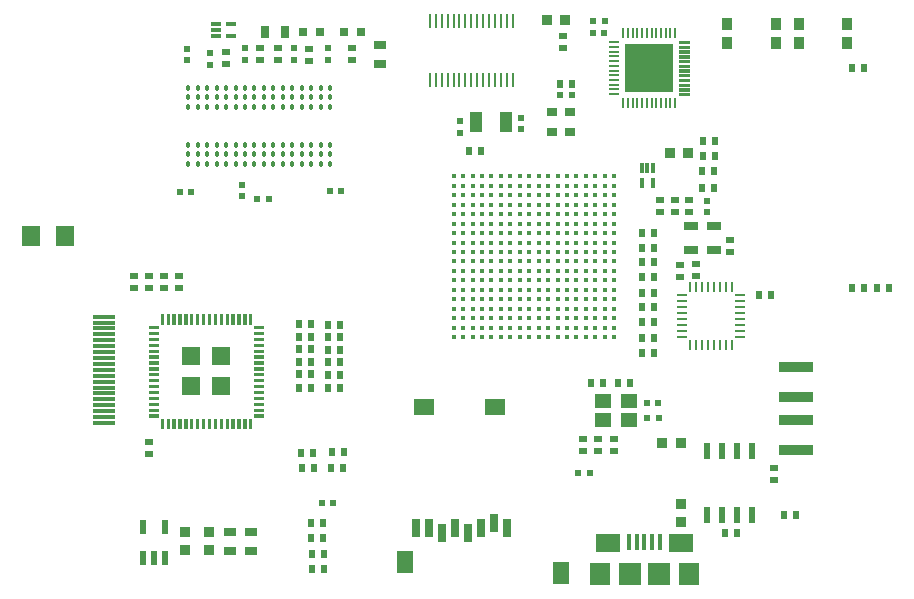
<source format=gbr>
G04 EAGLE Gerber RS-274X export*
G75*
%MOMM*%
%FSLAX34Y34*%
%LPD*%
%INSolderpaste Top*%
%IPPOS*%
%AMOC8*
5,1,8,0,0,1.08239X$1,22.5*%
G01*
G04 Define Apertures*
%ADD10R,0.850000X0.200000*%
%ADD11R,0.200000X0.850000*%
%ADD12C,0.002000*%
%ADD13R,4.050000X4.050000*%
%ADD14C,0.400000*%
%ADD15R,1.620000X1.620000*%
%ADD16C,0.065000*%
%ADD17R,3.000000X0.900000*%
%ADD18R,0.254000X0.812800*%
%ADD19R,0.812800X0.254000*%
%ADD20R,0.629100X0.560000*%
%ADD21R,0.560000X0.629100*%
%ADD22C,0.457200*%
%ADD23R,1.400000X1.900000*%
%ADD24R,1.800000X1.400000*%
%ADD25R,0.700000X1.500000*%
%ADD26R,0.900000X1.000000*%
%ADD27R,0.250000X1.150000*%
%ADD28R,0.535100X0.644000*%
%ADD29R,1.400000X1.200000*%
%ADD30R,0.900000X0.970200*%
%ADD31R,0.932600X0.970200*%
%ADD32R,1.600000X1.803000*%
%ADD33R,0.644000X0.535100*%
%ADD34R,0.558800X1.460500*%
%ADD35R,1.900000X0.300000*%
%ADD36R,0.920900X0.970200*%
%ADD37R,0.800000X0.800000*%
%ADD38R,0.973900X0.798700*%
%ADD39R,0.838200X0.660400*%
%ADD40R,0.550000X1.200000*%
%ADD41R,0.970200X0.920900*%
%ADD42R,1.204800X0.749200*%
%ADD43R,0.798700X0.973900*%
%ADD44R,0.914400X0.304800*%
%ADD45R,0.304800X0.914400*%
%ADD46R,1.800000X1.900000*%
%ADD47R,1.900000X1.900000*%
%ADD48R,2.100000X1.600000*%
%ADD49R,0.400000X1.350000*%
%ADD50R,1.000000X1.800000*%
D10*
X516096Y464214D03*
X516096Y460214D03*
X516096Y456214D03*
X516096Y452214D03*
X516096Y448214D03*
X516096Y444214D03*
X516096Y440214D03*
X516096Y436214D03*
X516096Y432214D03*
X516096Y428214D03*
X516096Y424214D03*
X516096Y420214D03*
D11*
X523846Y412464D03*
X527846Y412464D03*
X531846Y412464D03*
X535846Y412464D03*
X539846Y412464D03*
X543846Y412464D03*
X547846Y412464D03*
X551846Y412464D03*
X555846Y412464D03*
X559846Y412464D03*
X563846Y412464D03*
X567846Y412464D03*
D12*
X571356Y419224D02*
X571356Y421204D01*
X579836Y421204D01*
X579836Y419224D01*
X571356Y419224D01*
X571356Y419243D02*
X579836Y419243D01*
X579836Y419262D02*
X571356Y419262D01*
X571356Y419281D02*
X579836Y419281D01*
X579836Y419300D02*
X571356Y419300D01*
X571356Y419319D02*
X579836Y419319D01*
X579836Y419338D02*
X571356Y419338D01*
X571356Y419357D02*
X579836Y419357D01*
X579836Y419376D02*
X571356Y419376D01*
X571356Y419395D02*
X579836Y419395D01*
X579836Y419414D02*
X571356Y419414D01*
X571356Y419433D02*
X579836Y419433D01*
X579836Y419452D02*
X571356Y419452D01*
X571356Y419471D02*
X579836Y419471D01*
X579836Y419490D02*
X571356Y419490D01*
X571356Y419509D02*
X579836Y419509D01*
X579836Y419528D02*
X571356Y419528D01*
X571356Y419547D02*
X579836Y419547D01*
X579836Y419566D02*
X571356Y419566D01*
X571356Y419585D02*
X579836Y419585D01*
X579836Y419604D02*
X571356Y419604D01*
X571356Y419623D02*
X579836Y419623D01*
X579836Y419642D02*
X571356Y419642D01*
X571356Y419661D02*
X579836Y419661D01*
X579836Y419680D02*
X571356Y419680D01*
X571356Y419699D02*
X579836Y419699D01*
X579836Y419718D02*
X571356Y419718D01*
X571356Y419737D02*
X579836Y419737D01*
X579836Y419756D02*
X571356Y419756D01*
X571356Y419775D02*
X579836Y419775D01*
X579836Y419794D02*
X571356Y419794D01*
X571356Y419813D02*
X579836Y419813D01*
X579836Y419832D02*
X571356Y419832D01*
X571356Y419851D02*
X579836Y419851D01*
X579836Y419870D02*
X571356Y419870D01*
X571356Y419889D02*
X579836Y419889D01*
X579836Y419908D02*
X571356Y419908D01*
X571356Y419927D02*
X579836Y419927D01*
X579836Y419946D02*
X571356Y419946D01*
X571356Y419965D02*
X579836Y419965D01*
X579836Y419984D02*
X571356Y419984D01*
X571356Y420003D02*
X579836Y420003D01*
X579836Y420022D02*
X571356Y420022D01*
X571356Y420041D02*
X579836Y420041D01*
X579836Y420060D02*
X571356Y420060D01*
X571356Y420079D02*
X579836Y420079D01*
X579836Y420098D02*
X571356Y420098D01*
X571356Y420117D02*
X579836Y420117D01*
X579836Y420136D02*
X571356Y420136D01*
X571356Y420155D02*
X579836Y420155D01*
X579836Y420174D02*
X571356Y420174D01*
X571356Y420193D02*
X579836Y420193D01*
X579836Y420212D02*
X571356Y420212D01*
X571356Y420231D02*
X579836Y420231D01*
X579836Y420250D02*
X571356Y420250D01*
X571356Y420269D02*
X579836Y420269D01*
X579836Y420288D02*
X571356Y420288D01*
X571356Y420307D02*
X579836Y420307D01*
X579836Y420326D02*
X571356Y420326D01*
X571356Y420345D02*
X579836Y420345D01*
X579836Y420364D02*
X571356Y420364D01*
X571356Y420383D02*
X579836Y420383D01*
X579836Y420402D02*
X571356Y420402D01*
X571356Y420421D02*
X579836Y420421D01*
X579836Y420440D02*
X571356Y420440D01*
X571356Y420459D02*
X579836Y420459D01*
X579836Y420478D02*
X571356Y420478D01*
X571356Y420497D02*
X579836Y420497D01*
X579836Y420516D02*
X571356Y420516D01*
X571356Y420535D02*
X579836Y420535D01*
X579836Y420554D02*
X571356Y420554D01*
X571356Y420573D02*
X579836Y420573D01*
X579836Y420592D02*
X571356Y420592D01*
X571356Y420611D02*
X579836Y420611D01*
X579836Y420630D02*
X571356Y420630D01*
X571356Y420649D02*
X579836Y420649D01*
X579836Y420668D02*
X571356Y420668D01*
X571356Y420687D02*
X579836Y420687D01*
X579836Y420706D02*
X571356Y420706D01*
X571356Y420725D02*
X579836Y420725D01*
X579836Y420744D02*
X571356Y420744D01*
X571356Y420763D02*
X579836Y420763D01*
X579836Y420782D02*
X571356Y420782D01*
X571356Y420801D02*
X579836Y420801D01*
X579836Y420820D02*
X571356Y420820D01*
X571356Y420839D02*
X579836Y420839D01*
X579836Y420858D02*
X571356Y420858D01*
X571356Y420877D02*
X579836Y420877D01*
X579836Y420896D02*
X571356Y420896D01*
X571356Y420915D02*
X579836Y420915D01*
X579836Y420934D02*
X571356Y420934D01*
X571356Y420953D02*
X579836Y420953D01*
X579836Y420972D02*
X571356Y420972D01*
X571356Y420991D02*
X579836Y420991D01*
X579836Y421010D02*
X571356Y421010D01*
X571356Y421029D02*
X579836Y421029D01*
X579836Y421048D02*
X571356Y421048D01*
X571356Y421067D02*
X579836Y421067D01*
X579836Y421086D02*
X571356Y421086D01*
X571356Y421105D02*
X579836Y421105D01*
X579836Y421124D02*
X571356Y421124D01*
X571356Y421143D02*
X579836Y421143D01*
X579836Y421162D02*
X571356Y421162D01*
X571356Y421181D02*
X579836Y421181D01*
X579836Y421200D02*
X571356Y421200D01*
X571356Y423224D02*
X571356Y425204D01*
X579836Y425204D01*
X579836Y423224D01*
X571356Y423224D01*
X571356Y423243D02*
X579836Y423243D01*
X579836Y423262D02*
X571356Y423262D01*
X571356Y423281D02*
X579836Y423281D01*
X579836Y423300D02*
X571356Y423300D01*
X571356Y423319D02*
X579836Y423319D01*
X579836Y423338D02*
X571356Y423338D01*
X571356Y423357D02*
X579836Y423357D01*
X579836Y423376D02*
X571356Y423376D01*
X571356Y423395D02*
X579836Y423395D01*
X579836Y423414D02*
X571356Y423414D01*
X571356Y423433D02*
X579836Y423433D01*
X579836Y423452D02*
X571356Y423452D01*
X571356Y423471D02*
X579836Y423471D01*
X579836Y423490D02*
X571356Y423490D01*
X571356Y423509D02*
X579836Y423509D01*
X579836Y423528D02*
X571356Y423528D01*
X571356Y423547D02*
X579836Y423547D01*
X579836Y423566D02*
X571356Y423566D01*
X571356Y423585D02*
X579836Y423585D01*
X579836Y423604D02*
X571356Y423604D01*
X571356Y423623D02*
X579836Y423623D01*
X579836Y423642D02*
X571356Y423642D01*
X571356Y423661D02*
X579836Y423661D01*
X579836Y423680D02*
X571356Y423680D01*
X571356Y423699D02*
X579836Y423699D01*
X579836Y423718D02*
X571356Y423718D01*
X571356Y423737D02*
X579836Y423737D01*
X579836Y423756D02*
X571356Y423756D01*
X571356Y423775D02*
X579836Y423775D01*
X579836Y423794D02*
X571356Y423794D01*
X571356Y423813D02*
X579836Y423813D01*
X579836Y423832D02*
X571356Y423832D01*
X571356Y423851D02*
X579836Y423851D01*
X579836Y423870D02*
X571356Y423870D01*
X571356Y423889D02*
X579836Y423889D01*
X579836Y423908D02*
X571356Y423908D01*
X571356Y423927D02*
X579836Y423927D01*
X579836Y423946D02*
X571356Y423946D01*
X571356Y423965D02*
X579836Y423965D01*
X579836Y423984D02*
X571356Y423984D01*
X571356Y424003D02*
X579836Y424003D01*
X579836Y424022D02*
X571356Y424022D01*
X571356Y424041D02*
X579836Y424041D01*
X579836Y424060D02*
X571356Y424060D01*
X571356Y424079D02*
X579836Y424079D01*
X579836Y424098D02*
X571356Y424098D01*
X571356Y424117D02*
X579836Y424117D01*
X579836Y424136D02*
X571356Y424136D01*
X571356Y424155D02*
X579836Y424155D01*
X579836Y424174D02*
X571356Y424174D01*
X571356Y424193D02*
X579836Y424193D01*
X579836Y424212D02*
X571356Y424212D01*
X571356Y424231D02*
X579836Y424231D01*
X579836Y424250D02*
X571356Y424250D01*
X571356Y424269D02*
X579836Y424269D01*
X579836Y424288D02*
X571356Y424288D01*
X571356Y424307D02*
X579836Y424307D01*
X579836Y424326D02*
X571356Y424326D01*
X571356Y424345D02*
X579836Y424345D01*
X579836Y424364D02*
X571356Y424364D01*
X571356Y424383D02*
X579836Y424383D01*
X579836Y424402D02*
X571356Y424402D01*
X571356Y424421D02*
X579836Y424421D01*
X579836Y424440D02*
X571356Y424440D01*
X571356Y424459D02*
X579836Y424459D01*
X579836Y424478D02*
X571356Y424478D01*
X571356Y424497D02*
X579836Y424497D01*
X579836Y424516D02*
X571356Y424516D01*
X571356Y424535D02*
X579836Y424535D01*
X579836Y424554D02*
X571356Y424554D01*
X571356Y424573D02*
X579836Y424573D01*
X579836Y424592D02*
X571356Y424592D01*
X571356Y424611D02*
X579836Y424611D01*
X579836Y424630D02*
X571356Y424630D01*
X571356Y424649D02*
X579836Y424649D01*
X579836Y424668D02*
X571356Y424668D01*
X571356Y424687D02*
X579836Y424687D01*
X579836Y424706D02*
X571356Y424706D01*
X571356Y424725D02*
X579836Y424725D01*
X579836Y424744D02*
X571356Y424744D01*
X571356Y424763D02*
X579836Y424763D01*
X579836Y424782D02*
X571356Y424782D01*
X571356Y424801D02*
X579836Y424801D01*
X579836Y424820D02*
X571356Y424820D01*
X571356Y424839D02*
X579836Y424839D01*
X579836Y424858D02*
X571356Y424858D01*
X571356Y424877D02*
X579836Y424877D01*
X579836Y424896D02*
X571356Y424896D01*
X571356Y424915D02*
X579836Y424915D01*
X579836Y424934D02*
X571356Y424934D01*
X571356Y424953D02*
X579836Y424953D01*
X579836Y424972D02*
X571356Y424972D01*
X571356Y424991D02*
X579836Y424991D01*
X579836Y425010D02*
X571356Y425010D01*
X571356Y425029D02*
X579836Y425029D01*
X579836Y425048D02*
X571356Y425048D01*
X571356Y425067D02*
X579836Y425067D01*
X579836Y425086D02*
X571356Y425086D01*
X571356Y425105D02*
X579836Y425105D01*
X579836Y425124D02*
X571356Y425124D01*
X571356Y425143D02*
X579836Y425143D01*
X579836Y425162D02*
X571356Y425162D01*
X571356Y425181D02*
X579836Y425181D01*
X579836Y425200D02*
X571356Y425200D01*
X571356Y427224D02*
X571356Y429204D01*
X579836Y429204D01*
X579836Y427224D01*
X571356Y427224D01*
X571356Y427243D02*
X579836Y427243D01*
X579836Y427262D02*
X571356Y427262D01*
X571356Y427281D02*
X579836Y427281D01*
X579836Y427300D02*
X571356Y427300D01*
X571356Y427319D02*
X579836Y427319D01*
X579836Y427338D02*
X571356Y427338D01*
X571356Y427357D02*
X579836Y427357D01*
X579836Y427376D02*
X571356Y427376D01*
X571356Y427395D02*
X579836Y427395D01*
X579836Y427414D02*
X571356Y427414D01*
X571356Y427433D02*
X579836Y427433D01*
X579836Y427452D02*
X571356Y427452D01*
X571356Y427471D02*
X579836Y427471D01*
X579836Y427490D02*
X571356Y427490D01*
X571356Y427509D02*
X579836Y427509D01*
X579836Y427528D02*
X571356Y427528D01*
X571356Y427547D02*
X579836Y427547D01*
X579836Y427566D02*
X571356Y427566D01*
X571356Y427585D02*
X579836Y427585D01*
X579836Y427604D02*
X571356Y427604D01*
X571356Y427623D02*
X579836Y427623D01*
X579836Y427642D02*
X571356Y427642D01*
X571356Y427661D02*
X579836Y427661D01*
X579836Y427680D02*
X571356Y427680D01*
X571356Y427699D02*
X579836Y427699D01*
X579836Y427718D02*
X571356Y427718D01*
X571356Y427737D02*
X579836Y427737D01*
X579836Y427756D02*
X571356Y427756D01*
X571356Y427775D02*
X579836Y427775D01*
X579836Y427794D02*
X571356Y427794D01*
X571356Y427813D02*
X579836Y427813D01*
X579836Y427832D02*
X571356Y427832D01*
X571356Y427851D02*
X579836Y427851D01*
X579836Y427870D02*
X571356Y427870D01*
X571356Y427889D02*
X579836Y427889D01*
X579836Y427908D02*
X571356Y427908D01*
X571356Y427927D02*
X579836Y427927D01*
X579836Y427946D02*
X571356Y427946D01*
X571356Y427965D02*
X579836Y427965D01*
X579836Y427984D02*
X571356Y427984D01*
X571356Y428003D02*
X579836Y428003D01*
X579836Y428022D02*
X571356Y428022D01*
X571356Y428041D02*
X579836Y428041D01*
X579836Y428060D02*
X571356Y428060D01*
X571356Y428079D02*
X579836Y428079D01*
X579836Y428098D02*
X571356Y428098D01*
X571356Y428117D02*
X579836Y428117D01*
X579836Y428136D02*
X571356Y428136D01*
X571356Y428155D02*
X579836Y428155D01*
X579836Y428174D02*
X571356Y428174D01*
X571356Y428193D02*
X579836Y428193D01*
X579836Y428212D02*
X571356Y428212D01*
X571356Y428231D02*
X579836Y428231D01*
X579836Y428250D02*
X571356Y428250D01*
X571356Y428269D02*
X579836Y428269D01*
X579836Y428288D02*
X571356Y428288D01*
X571356Y428307D02*
X579836Y428307D01*
X579836Y428326D02*
X571356Y428326D01*
X571356Y428345D02*
X579836Y428345D01*
X579836Y428364D02*
X571356Y428364D01*
X571356Y428383D02*
X579836Y428383D01*
X579836Y428402D02*
X571356Y428402D01*
X571356Y428421D02*
X579836Y428421D01*
X579836Y428440D02*
X571356Y428440D01*
X571356Y428459D02*
X579836Y428459D01*
X579836Y428478D02*
X571356Y428478D01*
X571356Y428497D02*
X579836Y428497D01*
X579836Y428516D02*
X571356Y428516D01*
X571356Y428535D02*
X579836Y428535D01*
X579836Y428554D02*
X571356Y428554D01*
X571356Y428573D02*
X579836Y428573D01*
X579836Y428592D02*
X571356Y428592D01*
X571356Y428611D02*
X579836Y428611D01*
X579836Y428630D02*
X571356Y428630D01*
X571356Y428649D02*
X579836Y428649D01*
X579836Y428668D02*
X571356Y428668D01*
X571356Y428687D02*
X579836Y428687D01*
X579836Y428706D02*
X571356Y428706D01*
X571356Y428725D02*
X579836Y428725D01*
X579836Y428744D02*
X571356Y428744D01*
X571356Y428763D02*
X579836Y428763D01*
X579836Y428782D02*
X571356Y428782D01*
X571356Y428801D02*
X579836Y428801D01*
X579836Y428820D02*
X571356Y428820D01*
X571356Y428839D02*
X579836Y428839D01*
X579836Y428858D02*
X571356Y428858D01*
X571356Y428877D02*
X579836Y428877D01*
X579836Y428896D02*
X571356Y428896D01*
X571356Y428915D02*
X579836Y428915D01*
X579836Y428934D02*
X571356Y428934D01*
X571356Y428953D02*
X579836Y428953D01*
X579836Y428972D02*
X571356Y428972D01*
X571356Y428991D02*
X579836Y428991D01*
X579836Y429010D02*
X571356Y429010D01*
X571356Y429029D02*
X579836Y429029D01*
X579836Y429048D02*
X571356Y429048D01*
X571356Y429067D02*
X579836Y429067D01*
X579836Y429086D02*
X571356Y429086D01*
X571356Y429105D02*
X579836Y429105D01*
X579836Y429124D02*
X571356Y429124D01*
X571356Y429143D02*
X579836Y429143D01*
X579836Y429162D02*
X571356Y429162D01*
X571356Y429181D02*
X579836Y429181D01*
X579836Y429200D02*
X571356Y429200D01*
X571356Y431224D02*
X571356Y433204D01*
X579836Y433204D01*
X579836Y431224D01*
X571356Y431224D01*
X571356Y431243D02*
X579836Y431243D01*
X579836Y431262D02*
X571356Y431262D01*
X571356Y431281D02*
X579836Y431281D01*
X579836Y431300D02*
X571356Y431300D01*
X571356Y431319D02*
X579836Y431319D01*
X579836Y431338D02*
X571356Y431338D01*
X571356Y431357D02*
X579836Y431357D01*
X579836Y431376D02*
X571356Y431376D01*
X571356Y431395D02*
X579836Y431395D01*
X579836Y431414D02*
X571356Y431414D01*
X571356Y431433D02*
X579836Y431433D01*
X579836Y431452D02*
X571356Y431452D01*
X571356Y431471D02*
X579836Y431471D01*
X579836Y431490D02*
X571356Y431490D01*
X571356Y431509D02*
X579836Y431509D01*
X579836Y431528D02*
X571356Y431528D01*
X571356Y431547D02*
X579836Y431547D01*
X579836Y431566D02*
X571356Y431566D01*
X571356Y431585D02*
X579836Y431585D01*
X579836Y431604D02*
X571356Y431604D01*
X571356Y431623D02*
X579836Y431623D01*
X579836Y431642D02*
X571356Y431642D01*
X571356Y431661D02*
X579836Y431661D01*
X579836Y431680D02*
X571356Y431680D01*
X571356Y431699D02*
X579836Y431699D01*
X579836Y431718D02*
X571356Y431718D01*
X571356Y431737D02*
X579836Y431737D01*
X579836Y431756D02*
X571356Y431756D01*
X571356Y431775D02*
X579836Y431775D01*
X579836Y431794D02*
X571356Y431794D01*
X571356Y431813D02*
X579836Y431813D01*
X579836Y431832D02*
X571356Y431832D01*
X571356Y431851D02*
X579836Y431851D01*
X579836Y431870D02*
X571356Y431870D01*
X571356Y431889D02*
X579836Y431889D01*
X579836Y431908D02*
X571356Y431908D01*
X571356Y431927D02*
X579836Y431927D01*
X579836Y431946D02*
X571356Y431946D01*
X571356Y431965D02*
X579836Y431965D01*
X579836Y431984D02*
X571356Y431984D01*
X571356Y432003D02*
X579836Y432003D01*
X579836Y432022D02*
X571356Y432022D01*
X571356Y432041D02*
X579836Y432041D01*
X579836Y432060D02*
X571356Y432060D01*
X571356Y432079D02*
X579836Y432079D01*
X579836Y432098D02*
X571356Y432098D01*
X571356Y432117D02*
X579836Y432117D01*
X579836Y432136D02*
X571356Y432136D01*
X571356Y432155D02*
X579836Y432155D01*
X579836Y432174D02*
X571356Y432174D01*
X571356Y432193D02*
X579836Y432193D01*
X579836Y432212D02*
X571356Y432212D01*
X571356Y432231D02*
X579836Y432231D01*
X579836Y432250D02*
X571356Y432250D01*
X571356Y432269D02*
X579836Y432269D01*
X579836Y432288D02*
X571356Y432288D01*
X571356Y432307D02*
X579836Y432307D01*
X579836Y432326D02*
X571356Y432326D01*
X571356Y432345D02*
X579836Y432345D01*
X579836Y432364D02*
X571356Y432364D01*
X571356Y432383D02*
X579836Y432383D01*
X579836Y432402D02*
X571356Y432402D01*
X571356Y432421D02*
X579836Y432421D01*
X579836Y432440D02*
X571356Y432440D01*
X571356Y432459D02*
X579836Y432459D01*
X579836Y432478D02*
X571356Y432478D01*
X571356Y432497D02*
X579836Y432497D01*
X579836Y432516D02*
X571356Y432516D01*
X571356Y432535D02*
X579836Y432535D01*
X579836Y432554D02*
X571356Y432554D01*
X571356Y432573D02*
X579836Y432573D01*
X579836Y432592D02*
X571356Y432592D01*
X571356Y432611D02*
X579836Y432611D01*
X579836Y432630D02*
X571356Y432630D01*
X571356Y432649D02*
X579836Y432649D01*
X579836Y432668D02*
X571356Y432668D01*
X571356Y432687D02*
X579836Y432687D01*
X579836Y432706D02*
X571356Y432706D01*
X571356Y432725D02*
X579836Y432725D01*
X579836Y432744D02*
X571356Y432744D01*
X571356Y432763D02*
X579836Y432763D01*
X579836Y432782D02*
X571356Y432782D01*
X571356Y432801D02*
X579836Y432801D01*
X579836Y432820D02*
X571356Y432820D01*
X571356Y432839D02*
X579836Y432839D01*
X579836Y432858D02*
X571356Y432858D01*
X571356Y432877D02*
X579836Y432877D01*
X579836Y432896D02*
X571356Y432896D01*
X571356Y432915D02*
X579836Y432915D01*
X579836Y432934D02*
X571356Y432934D01*
X571356Y432953D02*
X579836Y432953D01*
X579836Y432972D02*
X571356Y432972D01*
X571356Y432991D02*
X579836Y432991D01*
X579836Y433010D02*
X571356Y433010D01*
X571356Y433029D02*
X579836Y433029D01*
X579836Y433048D02*
X571356Y433048D01*
X571356Y433067D02*
X579836Y433067D01*
X579836Y433086D02*
X571356Y433086D01*
X571356Y433105D02*
X579836Y433105D01*
X579836Y433124D02*
X571356Y433124D01*
X571356Y433143D02*
X579836Y433143D01*
X579836Y433162D02*
X571356Y433162D01*
X571356Y433181D02*
X579836Y433181D01*
X579836Y433200D02*
X571356Y433200D01*
X571356Y435224D02*
X571356Y437204D01*
X579836Y437204D01*
X579836Y435224D01*
X571356Y435224D01*
X571356Y435243D02*
X579836Y435243D01*
X579836Y435262D02*
X571356Y435262D01*
X571356Y435281D02*
X579836Y435281D01*
X579836Y435300D02*
X571356Y435300D01*
X571356Y435319D02*
X579836Y435319D01*
X579836Y435338D02*
X571356Y435338D01*
X571356Y435357D02*
X579836Y435357D01*
X579836Y435376D02*
X571356Y435376D01*
X571356Y435395D02*
X579836Y435395D01*
X579836Y435414D02*
X571356Y435414D01*
X571356Y435433D02*
X579836Y435433D01*
X579836Y435452D02*
X571356Y435452D01*
X571356Y435471D02*
X579836Y435471D01*
X579836Y435490D02*
X571356Y435490D01*
X571356Y435509D02*
X579836Y435509D01*
X579836Y435528D02*
X571356Y435528D01*
X571356Y435547D02*
X579836Y435547D01*
X579836Y435566D02*
X571356Y435566D01*
X571356Y435585D02*
X579836Y435585D01*
X579836Y435604D02*
X571356Y435604D01*
X571356Y435623D02*
X579836Y435623D01*
X579836Y435642D02*
X571356Y435642D01*
X571356Y435661D02*
X579836Y435661D01*
X579836Y435680D02*
X571356Y435680D01*
X571356Y435699D02*
X579836Y435699D01*
X579836Y435718D02*
X571356Y435718D01*
X571356Y435737D02*
X579836Y435737D01*
X579836Y435756D02*
X571356Y435756D01*
X571356Y435775D02*
X579836Y435775D01*
X579836Y435794D02*
X571356Y435794D01*
X571356Y435813D02*
X579836Y435813D01*
X579836Y435832D02*
X571356Y435832D01*
X571356Y435851D02*
X579836Y435851D01*
X579836Y435870D02*
X571356Y435870D01*
X571356Y435889D02*
X579836Y435889D01*
X579836Y435908D02*
X571356Y435908D01*
X571356Y435927D02*
X579836Y435927D01*
X579836Y435946D02*
X571356Y435946D01*
X571356Y435965D02*
X579836Y435965D01*
X579836Y435984D02*
X571356Y435984D01*
X571356Y436003D02*
X579836Y436003D01*
X579836Y436022D02*
X571356Y436022D01*
X571356Y436041D02*
X579836Y436041D01*
X579836Y436060D02*
X571356Y436060D01*
X571356Y436079D02*
X579836Y436079D01*
X579836Y436098D02*
X571356Y436098D01*
X571356Y436117D02*
X579836Y436117D01*
X579836Y436136D02*
X571356Y436136D01*
X571356Y436155D02*
X579836Y436155D01*
X579836Y436174D02*
X571356Y436174D01*
X571356Y436193D02*
X579836Y436193D01*
X579836Y436212D02*
X571356Y436212D01*
X571356Y436231D02*
X579836Y436231D01*
X579836Y436250D02*
X571356Y436250D01*
X571356Y436269D02*
X579836Y436269D01*
X579836Y436288D02*
X571356Y436288D01*
X571356Y436307D02*
X579836Y436307D01*
X579836Y436326D02*
X571356Y436326D01*
X571356Y436345D02*
X579836Y436345D01*
X579836Y436364D02*
X571356Y436364D01*
X571356Y436383D02*
X579836Y436383D01*
X579836Y436402D02*
X571356Y436402D01*
X571356Y436421D02*
X579836Y436421D01*
X579836Y436440D02*
X571356Y436440D01*
X571356Y436459D02*
X579836Y436459D01*
X579836Y436478D02*
X571356Y436478D01*
X571356Y436497D02*
X579836Y436497D01*
X579836Y436516D02*
X571356Y436516D01*
X571356Y436535D02*
X579836Y436535D01*
X579836Y436554D02*
X571356Y436554D01*
X571356Y436573D02*
X579836Y436573D01*
X579836Y436592D02*
X571356Y436592D01*
X571356Y436611D02*
X579836Y436611D01*
X579836Y436630D02*
X571356Y436630D01*
X571356Y436649D02*
X579836Y436649D01*
X579836Y436668D02*
X571356Y436668D01*
X571356Y436687D02*
X579836Y436687D01*
X579836Y436706D02*
X571356Y436706D01*
X571356Y436725D02*
X579836Y436725D01*
X579836Y436744D02*
X571356Y436744D01*
X571356Y436763D02*
X579836Y436763D01*
X579836Y436782D02*
X571356Y436782D01*
X571356Y436801D02*
X579836Y436801D01*
X579836Y436820D02*
X571356Y436820D01*
X571356Y436839D02*
X579836Y436839D01*
X579836Y436858D02*
X571356Y436858D01*
X571356Y436877D02*
X579836Y436877D01*
X579836Y436896D02*
X571356Y436896D01*
X571356Y436915D02*
X579836Y436915D01*
X579836Y436934D02*
X571356Y436934D01*
X571356Y436953D02*
X579836Y436953D01*
X579836Y436972D02*
X571356Y436972D01*
X571356Y436991D02*
X579836Y436991D01*
X579836Y437010D02*
X571356Y437010D01*
X571356Y437029D02*
X579836Y437029D01*
X579836Y437048D02*
X571356Y437048D01*
X571356Y437067D02*
X579836Y437067D01*
X579836Y437086D02*
X571356Y437086D01*
X571356Y437105D02*
X579836Y437105D01*
X579836Y437124D02*
X571356Y437124D01*
X571356Y437143D02*
X579836Y437143D01*
X579836Y437162D02*
X571356Y437162D01*
X571356Y437181D02*
X579836Y437181D01*
X579836Y437200D02*
X571356Y437200D01*
X571356Y439224D02*
X571356Y441204D01*
X579836Y441204D01*
X579836Y439224D01*
X571356Y439224D01*
X571356Y439243D02*
X579836Y439243D01*
X579836Y439262D02*
X571356Y439262D01*
X571356Y439281D02*
X579836Y439281D01*
X579836Y439300D02*
X571356Y439300D01*
X571356Y439319D02*
X579836Y439319D01*
X579836Y439338D02*
X571356Y439338D01*
X571356Y439357D02*
X579836Y439357D01*
X579836Y439376D02*
X571356Y439376D01*
X571356Y439395D02*
X579836Y439395D01*
X579836Y439414D02*
X571356Y439414D01*
X571356Y439433D02*
X579836Y439433D01*
X579836Y439452D02*
X571356Y439452D01*
X571356Y439471D02*
X579836Y439471D01*
X579836Y439490D02*
X571356Y439490D01*
X571356Y439509D02*
X579836Y439509D01*
X579836Y439528D02*
X571356Y439528D01*
X571356Y439547D02*
X579836Y439547D01*
X579836Y439566D02*
X571356Y439566D01*
X571356Y439585D02*
X579836Y439585D01*
X579836Y439604D02*
X571356Y439604D01*
X571356Y439623D02*
X579836Y439623D01*
X579836Y439642D02*
X571356Y439642D01*
X571356Y439661D02*
X579836Y439661D01*
X579836Y439680D02*
X571356Y439680D01*
X571356Y439699D02*
X579836Y439699D01*
X579836Y439718D02*
X571356Y439718D01*
X571356Y439737D02*
X579836Y439737D01*
X579836Y439756D02*
X571356Y439756D01*
X571356Y439775D02*
X579836Y439775D01*
X579836Y439794D02*
X571356Y439794D01*
X571356Y439813D02*
X579836Y439813D01*
X579836Y439832D02*
X571356Y439832D01*
X571356Y439851D02*
X579836Y439851D01*
X579836Y439870D02*
X571356Y439870D01*
X571356Y439889D02*
X579836Y439889D01*
X579836Y439908D02*
X571356Y439908D01*
X571356Y439927D02*
X579836Y439927D01*
X579836Y439946D02*
X571356Y439946D01*
X571356Y439965D02*
X579836Y439965D01*
X579836Y439984D02*
X571356Y439984D01*
X571356Y440003D02*
X579836Y440003D01*
X579836Y440022D02*
X571356Y440022D01*
X571356Y440041D02*
X579836Y440041D01*
X579836Y440060D02*
X571356Y440060D01*
X571356Y440079D02*
X579836Y440079D01*
X579836Y440098D02*
X571356Y440098D01*
X571356Y440117D02*
X579836Y440117D01*
X579836Y440136D02*
X571356Y440136D01*
X571356Y440155D02*
X579836Y440155D01*
X579836Y440174D02*
X571356Y440174D01*
X571356Y440193D02*
X579836Y440193D01*
X579836Y440212D02*
X571356Y440212D01*
X571356Y440231D02*
X579836Y440231D01*
X579836Y440250D02*
X571356Y440250D01*
X571356Y440269D02*
X579836Y440269D01*
X579836Y440288D02*
X571356Y440288D01*
X571356Y440307D02*
X579836Y440307D01*
X579836Y440326D02*
X571356Y440326D01*
X571356Y440345D02*
X579836Y440345D01*
X579836Y440364D02*
X571356Y440364D01*
X571356Y440383D02*
X579836Y440383D01*
X579836Y440402D02*
X571356Y440402D01*
X571356Y440421D02*
X579836Y440421D01*
X579836Y440440D02*
X571356Y440440D01*
X571356Y440459D02*
X579836Y440459D01*
X579836Y440478D02*
X571356Y440478D01*
X571356Y440497D02*
X579836Y440497D01*
X579836Y440516D02*
X571356Y440516D01*
X571356Y440535D02*
X579836Y440535D01*
X579836Y440554D02*
X571356Y440554D01*
X571356Y440573D02*
X579836Y440573D01*
X579836Y440592D02*
X571356Y440592D01*
X571356Y440611D02*
X579836Y440611D01*
X579836Y440630D02*
X571356Y440630D01*
X571356Y440649D02*
X579836Y440649D01*
X579836Y440668D02*
X571356Y440668D01*
X571356Y440687D02*
X579836Y440687D01*
X579836Y440706D02*
X571356Y440706D01*
X571356Y440725D02*
X579836Y440725D01*
X579836Y440744D02*
X571356Y440744D01*
X571356Y440763D02*
X579836Y440763D01*
X579836Y440782D02*
X571356Y440782D01*
X571356Y440801D02*
X579836Y440801D01*
X579836Y440820D02*
X571356Y440820D01*
X571356Y440839D02*
X579836Y440839D01*
X579836Y440858D02*
X571356Y440858D01*
X571356Y440877D02*
X579836Y440877D01*
X579836Y440896D02*
X571356Y440896D01*
X571356Y440915D02*
X579836Y440915D01*
X579836Y440934D02*
X571356Y440934D01*
X571356Y440953D02*
X579836Y440953D01*
X579836Y440972D02*
X571356Y440972D01*
X571356Y440991D02*
X579836Y440991D01*
X579836Y441010D02*
X571356Y441010D01*
X571356Y441029D02*
X579836Y441029D01*
X579836Y441048D02*
X571356Y441048D01*
X571356Y441067D02*
X579836Y441067D01*
X579836Y441086D02*
X571356Y441086D01*
X571356Y441105D02*
X579836Y441105D01*
X579836Y441124D02*
X571356Y441124D01*
X571356Y441143D02*
X579836Y441143D01*
X579836Y441162D02*
X571356Y441162D01*
X571356Y441181D02*
X579836Y441181D01*
X579836Y441200D02*
X571356Y441200D01*
X571356Y443224D02*
X571356Y445204D01*
X579836Y445204D01*
X579836Y443224D01*
X571356Y443224D01*
X571356Y443243D02*
X579836Y443243D01*
X579836Y443262D02*
X571356Y443262D01*
X571356Y443281D02*
X579836Y443281D01*
X579836Y443300D02*
X571356Y443300D01*
X571356Y443319D02*
X579836Y443319D01*
X579836Y443338D02*
X571356Y443338D01*
X571356Y443357D02*
X579836Y443357D01*
X579836Y443376D02*
X571356Y443376D01*
X571356Y443395D02*
X579836Y443395D01*
X579836Y443414D02*
X571356Y443414D01*
X571356Y443433D02*
X579836Y443433D01*
X579836Y443452D02*
X571356Y443452D01*
X571356Y443471D02*
X579836Y443471D01*
X579836Y443490D02*
X571356Y443490D01*
X571356Y443509D02*
X579836Y443509D01*
X579836Y443528D02*
X571356Y443528D01*
X571356Y443547D02*
X579836Y443547D01*
X579836Y443566D02*
X571356Y443566D01*
X571356Y443585D02*
X579836Y443585D01*
X579836Y443604D02*
X571356Y443604D01*
X571356Y443623D02*
X579836Y443623D01*
X579836Y443642D02*
X571356Y443642D01*
X571356Y443661D02*
X579836Y443661D01*
X579836Y443680D02*
X571356Y443680D01*
X571356Y443699D02*
X579836Y443699D01*
X579836Y443718D02*
X571356Y443718D01*
X571356Y443737D02*
X579836Y443737D01*
X579836Y443756D02*
X571356Y443756D01*
X571356Y443775D02*
X579836Y443775D01*
X579836Y443794D02*
X571356Y443794D01*
X571356Y443813D02*
X579836Y443813D01*
X579836Y443832D02*
X571356Y443832D01*
X571356Y443851D02*
X579836Y443851D01*
X579836Y443870D02*
X571356Y443870D01*
X571356Y443889D02*
X579836Y443889D01*
X579836Y443908D02*
X571356Y443908D01*
X571356Y443927D02*
X579836Y443927D01*
X579836Y443946D02*
X571356Y443946D01*
X571356Y443965D02*
X579836Y443965D01*
X579836Y443984D02*
X571356Y443984D01*
X571356Y444003D02*
X579836Y444003D01*
X579836Y444022D02*
X571356Y444022D01*
X571356Y444041D02*
X579836Y444041D01*
X579836Y444060D02*
X571356Y444060D01*
X571356Y444079D02*
X579836Y444079D01*
X579836Y444098D02*
X571356Y444098D01*
X571356Y444117D02*
X579836Y444117D01*
X579836Y444136D02*
X571356Y444136D01*
X571356Y444155D02*
X579836Y444155D01*
X579836Y444174D02*
X571356Y444174D01*
X571356Y444193D02*
X579836Y444193D01*
X579836Y444212D02*
X571356Y444212D01*
X571356Y444231D02*
X579836Y444231D01*
X579836Y444250D02*
X571356Y444250D01*
X571356Y444269D02*
X579836Y444269D01*
X579836Y444288D02*
X571356Y444288D01*
X571356Y444307D02*
X579836Y444307D01*
X579836Y444326D02*
X571356Y444326D01*
X571356Y444345D02*
X579836Y444345D01*
X579836Y444364D02*
X571356Y444364D01*
X571356Y444383D02*
X579836Y444383D01*
X579836Y444402D02*
X571356Y444402D01*
X571356Y444421D02*
X579836Y444421D01*
X579836Y444440D02*
X571356Y444440D01*
X571356Y444459D02*
X579836Y444459D01*
X579836Y444478D02*
X571356Y444478D01*
X571356Y444497D02*
X579836Y444497D01*
X579836Y444516D02*
X571356Y444516D01*
X571356Y444535D02*
X579836Y444535D01*
X579836Y444554D02*
X571356Y444554D01*
X571356Y444573D02*
X579836Y444573D01*
X579836Y444592D02*
X571356Y444592D01*
X571356Y444611D02*
X579836Y444611D01*
X579836Y444630D02*
X571356Y444630D01*
X571356Y444649D02*
X579836Y444649D01*
X579836Y444668D02*
X571356Y444668D01*
X571356Y444687D02*
X579836Y444687D01*
X579836Y444706D02*
X571356Y444706D01*
X571356Y444725D02*
X579836Y444725D01*
X579836Y444744D02*
X571356Y444744D01*
X571356Y444763D02*
X579836Y444763D01*
X579836Y444782D02*
X571356Y444782D01*
X571356Y444801D02*
X579836Y444801D01*
X579836Y444820D02*
X571356Y444820D01*
X571356Y444839D02*
X579836Y444839D01*
X579836Y444858D02*
X571356Y444858D01*
X571356Y444877D02*
X579836Y444877D01*
X579836Y444896D02*
X571356Y444896D01*
X571356Y444915D02*
X579836Y444915D01*
X579836Y444934D02*
X571356Y444934D01*
X571356Y444953D02*
X579836Y444953D01*
X579836Y444972D02*
X571356Y444972D01*
X571356Y444991D02*
X579836Y444991D01*
X579836Y445010D02*
X571356Y445010D01*
X571356Y445029D02*
X579836Y445029D01*
X579836Y445048D02*
X571356Y445048D01*
X571356Y445067D02*
X579836Y445067D01*
X579836Y445086D02*
X571356Y445086D01*
X571356Y445105D02*
X579836Y445105D01*
X579836Y445124D02*
X571356Y445124D01*
X571356Y445143D02*
X579836Y445143D01*
X579836Y445162D02*
X571356Y445162D01*
X571356Y445181D02*
X579836Y445181D01*
X579836Y445200D02*
X571356Y445200D01*
X571356Y447224D02*
X571356Y449204D01*
X579836Y449204D01*
X579836Y447224D01*
X571356Y447224D01*
X571356Y447243D02*
X579836Y447243D01*
X579836Y447262D02*
X571356Y447262D01*
X571356Y447281D02*
X579836Y447281D01*
X579836Y447300D02*
X571356Y447300D01*
X571356Y447319D02*
X579836Y447319D01*
X579836Y447338D02*
X571356Y447338D01*
X571356Y447357D02*
X579836Y447357D01*
X579836Y447376D02*
X571356Y447376D01*
X571356Y447395D02*
X579836Y447395D01*
X579836Y447414D02*
X571356Y447414D01*
X571356Y447433D02*
X579836Y447433D01*
X579836Y447452D02*
X571356Y447452D01*
X571356Y447471D02*
X579836Y447471D01*
X579836Y447490D02*
X571356Y447490D01*
X571356Y447509D02*
X579836Y447509D01*
X579836Y447528D02*
X571356Y447528D01*
X571356Y447547D02*
X579836Y447547D01*
X579836Y447566D02*
X571356Y447566D01*
X571356Y447585D02*
X579836Y447585D01*
X579836Y447604D02*
X571356Y447604D01*
X571356Y447623D02*
X579836Y447623D01*
X579836Y447642D02*
X571356Y447642D01*
X571356Y447661D02*
X579836Y447661D01*
X579836Y447680D02*
X571356Y447680D01*
X571356Y447699D02*
X579836Y447699D01*
X579836Y447718D02*
X571356Y447718D01*
X571356Y447737D02*
X579836Y447737D01*
X579836Y447756D02*
X571356Y447756D01*
X571356Y447775D02*
X579836Y447775D01*
X579836Y447794D02*
X571356Y447794D01*
X571356Y447813D02*
X579836Y447813D01*
X579836Y447832D02*
X571356Y447832D01*
X571356Y447851D02*
X579836Y447851D01*
X579836Y447870D02*
X571356Y447870D01*
X571356Y447889D02*
X579836Y447889D01*
X579836Y447908D02*
X571356Y447908D01*
X571356Y447927D02*
X579836Y447927D01*
X579836Y447946D02*
X571356Y447946D01*
X571356Y447965D02*
X579836Y447965D01*
X579836Y447984D02*
X571356Y447984D01*
X571356Y448003D02*
X579836Y448003D01*
X579836Y448022D02*
X571356Y448022D01*
X571356Y448041D02*
X579836Y448041D01*
X579836Y448060D02*
X571356Y448060D01*
X571356Y448079D02*
X579836Y448079D01*
X579836Y448098D02*
X571356Y448098D01*
X571356Y448117D02*
X579836Y448117D01*
X579836Y448136D02*
X571356Y448136D01*
X571356Y448155D02*
X579836Y448155D01*
X579836Y448174D02*
X571356Y448174D01*
X571356Y448193D02*
X579836Y448193D01*
X579836Y448212D02*
X571356Y448212D01*
X571356Y448231D02*
X579836Y448231D01*
X579836Y448250D02*
X571356Y448250D01*
X571356Y448269D02*
X579836Y448269D01*
X579836Y448288D02*
X571356Y448288D01*
X571356Y448307D02*
X579836Y448307D01*
X579836Y448326D02*
X571356Y448326D01*
X571356Y448345D02*
X579836Y448345D01*
X579836Y448364D02*
X571356Y448364D01*
X571356Y448383D02*
X579836Y448383D01*
X579836Y448402D02*
X571356Y448402D01*
X571356Y448421D02*
X579836Y448421D01*
X579836Y448440D02*
X571356Y448440D01*
X571356Y448459D02*
X579836Y448459D01*
X579836Y448478D02*
X571356Y448478D01*
X571356Y448497D02*
X579836Y448497D01*
X579836Y448516D02*
X571356Y448516D01*
X571356Y448535D02*
X579836Y448535D01*
X579836Y448554D02*
X571356Y448554D01*
X571356Y448573D02*
X579836Y448573D01*
X579836Y448592D02*
X571356Y448592D01*
X571356Y448611D02*
X579836Y448611D01*
X579836Y448630D02*
X571356Y448630D01*
X571356Y448649D02*
X579836Y448649D01*
X579836Y448668D02*
X571356Y448668D01*
X571356Y448687D02*
X579836Y448687D01*
X579836Y448706D02*
X571356Y448706D01*
X571356Y448725D02*
X579836Y448725D01*
X579836Y448744D02*
X571356Y448744D01*
X571356Y448763D02*
X579836Y448763D01*
X579836Y448782D02*
X571356Y448782D01*
X571356Y448801D02*
X579836Y448801D01*
X579836Y448820D02*
X571356Y448820D01*
X571356Y448839D02*
X579836Y448839D01*
X579836Y448858D02*
X571356Y448858D01*
X571356Y448877D02*
X579836Y448877D01*
X579836Y448896D02*
X571356Y448896D01*
X571356Y448915D02*
X579836Y448915D01*
X579836Y448934D02*
X571356Y448934D01*
X571356Y448953D02*
X579836Y448953D01*
X579836Y448972D02*
X571356Y448972D01*
X571356Y448991D02*
X579836Y448991D01*
X579836Y449010D02*
X571356Y449010D01*
X571356Y449029D02*
X579836Y449029D01*
X579836Y449048D02*
X571356Y449048D01*
X571356Y449067D02*
X579836Y449067D01*
X579836Y449086D02*
X571356Y449086D01*
X571356Y449105D02*
X579836Y449105D01*
X579836Y449124D02*
X571356Y449124D01*
X571356Y449143D02*
X579836Y449143D01*
X579836Y449162D02*
X571356Y449162D01*
X571356Y449181D02*
X579836Y449181D01*
X579836Y449200D02*
X571356Y449200D01*
X571356Y451224D02*
X571356Y453204D01*
X579836Y453204D01*
X579836Y451224D01*
X571356Y451224D01*
X571356Y451243D02*
X579836Y451243D01*
X579836Y451262D02*
X571356Y451262D01*
X571356Y451281D02*
X579836Y451281D01*
X579836Y451300D02*
X571356Y451300D01*
X571356Y451319D02*
X579836Y451319D01*
X579836Y451338D02*
X571356Y451338D01*
X571356Y451357D02*
X579836Y451357D01*
X579836Y451376D02*
X571356Y451376D01*
X571356Y451395D02*
X579836Y451395D01*
X579836Y451414D02*
X571356Y451414D01*
X571356Y451433D02*
X579836Y451433D01*
X579836Y451452D02*
X571356Y451452D01*
X571356Y451471D02*
X579836Y451471D01*
X579836Y451490D02*
X571356Y451490D01*
X571356Y451509D02*
X579836Y451509D01*
X579836Y451528D02*
X571356Y451528D01*
X571356Y451547D02*
X579836Y451547D01*
X579836Y451566D02*
X571356Y451566D01*
X571356Y451585D02*
X579836Y451585D01*
X579836Y451604D02*
X571356Y451604D01*
X571356Y451623D02*
X579836Y451623D01*
X579836Y451642D02*
X571356Y451642D01*
X571356Y451661D02*
X579836Y451661D01*
X579836Y451680D02*
X571356Y451680D01*
X571356Y451699D02*
X579836Y451699D01*
X579836Y451718D02*
X571356Y451718D01*
X571356Y451737D02*
X579836Y451737D01*
X579836Y451756D02*
X571356Y451756D01*
X571356Y451775D02*
X579836Y451775D01*
X579836Y451794D02*
X571356Y451794D01*
X571356Y451813D02*
X579836Y451813D01*
X579836Y451832D02*
X571356Y451832D01*
X571356Y451851D02*
X579836Y451851D01*
X579836Y451870D02*
X571356Y451870D01*
X571356Y451889D02*
X579836Y451889D01*
X579836Y451908D02*
X571356Y451908D01*
X571356Y451927D02*
X579836Y451927D01*
X579836Y451946D02*
X571356Y451946D01*
X571356Y451965D02*
X579836Y451965D01*
X579836Y451984D02*
X571356Y451984D01*
X571356Y452003D02*
X579836Y452003D01*
X579836Y452022D02*
X571356Y452022D01*
X571356Y452041D02*
X579836Y452041D01*
X579836Y452060D02*
X571356Y452060D01*
X571356Y452079D02*
X579836Y452079D01*
X579836Y452098D02*
X571356Y452098D01*
X571356Y452117D02*
X579836Y452117D01*
X579836Y452136D02*
X571356Y452136D01*
X571356Y452155D02*
X579836Y452155D01*
X579836Y452174D02*
X571356Y452174D01*
X571356Y452193D02*
X579836Y452193D01*
X579836Y452212D02*
X571356Y452212D01*
X571356Y452231D02*
X579836Y452231D01*
X579836Y452250D02*
X571356Y452250D01*
X571356Y452269D02*
X579836Y452269D01*
X579836Y452288D02*
X571356Y452288D01*
X571356Y452307D02*
X579836Y452307D01*
X579836Y452326D02*
X571356Y452326D01*
X571356Y452345D02*
X579836Y452345D01*
X579836Y452364D02*
X571356Y452364D01*
X571356Y452383D02*
X579836Y452383D01*
X579836Y452402D02*
X571356Y452402D01*
X571356Y452421D02*
X579836Y452421D01*
X579836Y452440D02*
X571356Y452440D01*
X571356Y452459D02*
X579836Y452459D01*
X579836Y452478D02*
X571356Y452478D01*
X571356Y452497D02*
X579836Y452497D01*
X579836Y452516D02*
X571356Y452516D01*
X571356Y452535D02*
X579836Y452535D01*
X579836Y452554D02*
X571356Y452554D01*
X571356Y452573D02*
X579836Y452573D01*
X579836Y452592D02*
X571356Y452592D01*
X571356Y452611D02*
X579836Y452611D01*
X579836Y452630D02*
X571356Y452630D01*
X571356Y452649D02*
X579836Y452649D01*
X579836Y452668D02*
X571356Y452668D01*
X571356Y452687D02*
X579836Y452687D01*
X579836Y452706D02*
X571356Y452706D01*
X571356Y452725D02*
X579836Y452725D01*
X579836Y452744D02*
X571356Y452744D01*
X571356Y452763D02*
X579836Y452763D01*
X579836Y452782D02*
X571356Y452782D01*
X571356Y452801D02*
X579836Y452801D01*
X579836Y452820D02*
X571356Y452820D01*
X571356Y452839D02*
X579836Y452839D01*
X579836Y452858D02*
X571356Y452858D01*
X571356Y452877D02*
X579836Y452877D01*
X579836Y452896D02*
X571356Y452896D01*
X571356Y452915D02*
X579836Y452915D01*
X579836Y452934D02*
X571356Y452934D01*
X571356Y452953D02*
X579836Y452953D01*
X579836Y452972D02*
X571356Y452972D01*
X571356Y452991D02*
X579836Y452991D01*
X579836Y453010D02*
X571356Y453010D01*
X571356Y453029D02*
X579836Y453029D01*
X579836Y453048D02*
X571356Y453048D01*
X571356Y453067D02*
X579836Y453067D01*
X579836Y453086D02*
X571356Y453086D01*
X571356Y453105D02*
X579836Y453105D01*
X579836Y453124D02*
X571356Y453124D01*
X571356Y453143D02*
X579836Y453143D01*
X579836Y453162D02*
X571356Y453162D01*
X571356Y453181D02*
X579836Y453181D01*
X579836Y453200D02*
X571356Y453200D01*
X571356Y455224D02*
X571356Y457204D01*
X579836Y457204D01*
X579836Y455224D01*
X571356Y455224D01*
X571356Y455243D02*
X579836Y455243D01*
X579836Y455262D02*
X571356Y455262D01*
X571356Y455281D02*
X579836Y455281D01*
X579836Y455300D02*
X571356Y455300D01*
X571356Y455319D02*
X579836Y455319D01*
X579836Y455338D02*
X571356Y455338D01*
X571356Y455357D02*
X579836Y455357D01*
X579836Y455376D02*
X571356Y455376D01*
X571356Y455395D02*
X579836Y455395D01*
X579836Y455414D02*
X571356Y455414D01*
X571356Y455433D02*
X579836Y455433D01*
X579836Y455452D02*
X571356Y455452D01*
X571356Y455471D02*
X579836Y455471D01*
X579836Y455490D02*
X571356Y455490D01*
X571356Y455509D02*
X579836Y455509D01*
X579836Y455528D02*
X571356Y455528D01*
X571356Y455547D02*
X579836Y455547D01*
X579836Y455566D02*
X571356Y455566D01*
X571356Y455585D02*
X579836Y455585D01*
X579836Y455604D02*
X571356Y455604D01*
X571356Y455623D02*
X579836Y455623D01*
X579836Y455642D02*
X571356Y455642D01*
X571356Y455661D02*
X579836Y455661D01*
X579836Y455680D02*
X571356Y455680D01*
X571356Y455699D02*
X579836Y455699D01*
X579836Y455718D02*
X571356Y455718D01*
X571356Y455737D02*
X579836Y455737D01*
X579836Y455756D02*
X571356Y455756D01*
X571356Y455775D02*
X579836Y455775D01*
X579836Y455794D02*
X571356Y455794D01*
X571356Y455813D02*
X579836Y455813D01*
X579836Y455832D02*
X571356Y455832D01*
X571356Y455851D02*
X579836Y455851D01*
X579836Y455870D02*
X571356Y455870D01*
X571356Y455889D02*
X579836Y455889D01*
X579836Y455908D02*
X571356Y455908D01*
X571356Y455927D02*
X579836Y455927D01*
X579836Y455946D02*
X571356Y455946D01*
X571356Y455965D02*
X579836Y455965D01*
X579836Y455984D02*
X571356Y455984D01*
X571356Y456003D02*
X579836Y456003D01*
X579836Y456022D02*
X571356Y456022D01*
X571356Y456041D02*
X579836Y456041D01*
X579836Y456060D02*
X571356Y456060D01*
X571356Y456079D02*
X579836Y456079D01*
X579836Y456098D02*
X571356Y456098D01*
X571356Y456117D02*
X579836Y456117D01*
X579836Y456136D02*
X571356Y456136D01*
X571356Y456155D02*
X579836Y456155D01*
X579836Y456174D02*
X571356Y456174D01*
X571356Y456193D02*
X579836Y456193D01*
X579836Y456212D02*
X571356Y456212D01*
X571356Y456231D02*
X579836Y456231D01*
X579836Y456250D02*
X571356Y456250D01*
X571356Y456269D02*
X579836Y456269D01*
X579836Y456288D02*
X571356Y456288D01*
X571356Y456307D02*
X579836Y456307D01*
X579836Y456326D02*
X571356Y456326D01*
X571356Y456345D02*
X579836Y456345D01*
X579836Y456364D02*
X571356Y456364D01*
X571356Y456383D02*
X579836Y456383D01*
X579836Y456402D02*
X571356Y456402D01*
X571356Y456421D02*
X579836Y456421D01*
X579836Y456440D02*
X571356Y456440D01*
X571356Y456459D02*
X579836Y456459D01*
X579836Y456478D02*
X571356Y456478D01*
X571356Y456497D02*
X579836Y456497D01*
X579836Y456516D02*
X571356Y456516D01*
X571356Y456535D02*
X579836Y456535D01*
X579836Y456554D02*
X571356Y456554D01*
X571356Y456573D02*
X579836Y456573D01*
X579836Y456592D02*
X571356Y456592D01*
X571356Y456611D02*
X579836Y456611D01*
X579836Y456630D02*
X571356Y456630D01*
X571356Y456649D02*
X579836Y456649D01*
X579836Y456668D02*
X571356Y456668D01*
X571356Y456687D02*
X579836Y456687D01*
X579836Y456706D02*
X571356Y456706D01*
X571356Y456725D02*
X579836Y456725D01*
X579836Y456744D02*
X571356Y456744D01*
X571356Y456763D02*
X579836Y456763D01*
X579836Y456782D02*
X571356Y456782D01*
X571356Y456801D02*
X579836Y456801D01*
X579836Y456820D02*
X571356Y456820D01*
X571356Y456839D02*
X579836Y456839D01*
X579836Y456858D02*
X571356Y456858D01*
X571356Y456877D02*
X579836Y456877D01*
X579836Y456896D02*
X571356Y456896D01*
X571356Y456915D02*
X579836Y456915D01*
X579836Y456934D02*
X571356Y456934D01*
X571356Y456953D02*
X579836Y456953D01*
X579836Y456972D02*
X571356Y456972D01*
X571356Y456991D02*
X579836Y456991D01*
X579836Y457010D02*
X571356Y457010D01*
X571356Y457029D02*
X579836Y457029D01*
X579836Y457048D02*
X571356Y457048D01*
X571356Y457067D02*
X579836Y457067D01*
X579836Y457086D02*
X571356Y457086D01*
X571356Y457105D02*
X579836Y457105D01*
X579836Y457124D02*
X571356Y457124D01*
X571356Y457143D02*
X579836Y457143D01*
X579836Y457162D02*
X571356Y457162D01*
X571356Y457181D02*
X579836Y457181D01*
X579836Y457200D02*
X571356Y457200D01*
X571356Y459224D02*
X571356Y461204D01*
X579836Y461204D01*
X579836Y459224D01*
X571356Y459224D01*
X571356Y459243D02*
X579836Y459243D01*
X579836Y459262D02*
X571356Y459262D01*
X571356Y459281D02*
X579836Y459281D01*
X579836Y459300D02*
X571356Y459300D01*
X571356Y459319D02*
X579836Y459319D01*
X579836Y459338D02*
X571356Y459338D01*
X571356Y459357D02*
X579836Y459357D01*
X579836Y459376D02*
X571356Y459376D01*
X571356Y459395D02*
X579836Y459395D01*
X579836Y459414D02*
X571356Y459414D01*
X571356Y459433D02*
X579836Y459433D01*
X579836Y459452D02*
X571356Y459452D01*
X571356Y459471D02*
X579836Y459471D01*
X579836Y459490D02*
X571356Y459490D01*
X571356Y459509D02*
X579836Y459509D01*
X579836Y459528D02*
X571356Y459528D01*
X571356Y459547D02*
X579836Y459547D01*
X579836Y459566D02*
X571356Y459566D01*
X571356Y459585D02*
X579836Y459585D01*
X579836Y459604D02*
X571356Y459604D01*
X571356Y459623D02*
X579836Y459623D01*
X579836Y459642D02*
X571356Y459642D01*
X571356Y459661D02*
X579836Y459661D01*
X579836Y459680D02*
X571356Y459680D01*
X571356Y459699D02*
X579836Y459699D01*
X579836Y459718D02*
X571356Y459718D01*
X571356Y459737D02*
X579836Y459737D01*
X579836Y459756D02*
X571356Y459756D01*
X571356Y459775D02*
X579836Y459775D01*
X579836Y459794D02*
X571356Y459794D01*
X571356Y459813D02*
X579836Y459813D01*
X579836Y459832D02*
X571356Y459832D01*
X571356Y459851D02*
X579836Y459851D01*
X579836Y459870D02*
X571356Y459870D01*
X571356Y459889D02*
X579836Y459889D01*
X579836Y459908D02*
X571356Y459908D01*
X571356Y459927D02*
X579836Y459927D01*
X579836Y459946D02*
X571356Y459946D01*
X571356Y459965D02*
X579836Y459965D01*
X579836Y459984D02*
X571356Y459984D01*
X571356Y460003D02*
X579836Y460003D01*
X579836Y460022D02*
X571356Y460022D01*
X571356Y460041D02*
X579836Y460041D01*
X579836Y460060D02*
X571356Y460060D01*
X571356Y460079D02*
X579836Y460079D01*
X579836Y460098D02*
X571356Y460098D01*
X571356Y460117D02*
X579836Y460117D01*
X579836Y460136D02*
X571356Y460136D01*
X571356Y460155D02*
X579836Y460155D01*
X579836Y460174D02*
X571356Y460174D01*
X571356Y460193D02*
X579836Y460193D01*
X579836Y460212D02*
X571356Y460212D01*
X571356Y460231D02*
X579836Y460231D01*
X579836Y460250D02*
X571356Y460250D01*
X571356Y460269D02*
X579836Y460269D01*
X579836Y460288D02*
X571356Y460288D01*
X571356Y460307D02*
X579836Y460307D01*
X579836Y460326D02*
X571356Y460326D01*
X571356Y460345D02*
X579836Y460345D01*
X579836Y460364D02*
X571356Y460364D01*
X571356Y460383D02*
X579836Y460383D01*
X579836Y460402D02*
X571356Y460402D01*
X571356Y460421D02*
X579836Y460421D01*
X579836Y460440D02*
X571356Y460440D01*
X571356Y460459D02*
X579836Y460459D01*
X579836Y460478D02*
X571356Y460478D01*
X571356Y460497D02*
X579836Y460497D01*
X579836Y460516D02*
X571356Y460516D01*
X571356Y460535D02*
X579836Y460535D01*
X579836Y460554D02*
X571356Y460554D01*
X571356Y460573D02*
X579836Y460573D01*
X579836Y460592D02*
X571356Y460592D01*
X571356Y460611D02*
X579836Y460611D01*
X579836Y460630D02*
X571356Y460630D01*
X571356Y460649D02*
X579836Y460649D01*
X579836Y460668D02*
X571356Y460668D01*
X571356Y460687D02*
X579836Y460687D01*
X579836Y460706D02*
X571356Y460706D01*
X571356Y460725D02*
X579836Y460725D01*
X579836Y460744D02*
X571356Y460744D01*
X571356Y460763D02*
X579836Y460763D01*
X579836Y460782D02*
X571356Y460782D01*
X571356Y460801D02*
X579836Y460801D01*
X579836Y460820D02*
X571356Y460820D01*
X571356Y460839D02*
X579836Y460839D01*
X579836Y460858D02*
X571356Y460858D01*
X571356Y460877D02*
X579836Y460877D01*
X579836Y460896D02*
X571356Y460896D01*
X571356Y460915D02*
X579836Y460915D01*
X579836Y460934D02*
X571356Y460934D01*
X571356Y460953D02*
X579836Y460953D01*
X579836Y460972D02*
X571356Y460972D01*
X571356Y460991D02*
X579836Y460991D01*
X579836Y461010D02*
X571356Y461010D01*
X571356Y461029D02*
X579836Y461029D01*
X579836Y461048D02*
X571356Y461048D01*
X571356Y461067D02*
X579836Y461067D01*
X579836Y461086D02*
X571356Y461086D01*
X571356Y461105D02*
X579836Y461105D01*
X579836Y461124D02*
X571356Y461124D01*
X571356Y461143D02*
X579836Y461143D01*
X579836Y461162D02*
X571356Y461162D01*
X571356Y461181D02*
X579836Y461181D01*
X579836Y461200D02*
X571356Y461200D01*
X571356Y463224D02*
X571356Y465204D01*
X579836Y465204D01*
X579836Y463224D01*
X571356Y463224D01*
X571356Y463243D02*
X579836Y463243D01*
X579836Y463262D02*
X571356Y463262D01*
X571356Y463281D02*
X579836Y463281D01*
X579836Y463300D02*
X571356Y463300D01*
X571356Y463319D02*
X579836Y463319D01*
X579836Y463338D02*
X571356Y463338D01*
X571356Y463357D02*
X579836Y463357D01*
X579836Y463376D02*
X571356Y463376D01*
X571356Y463395D02*
X579836Y463395D01*
X579836Y463414D02*
X571356Y463414D01*
X571356Y463433D02*
X579836Y463433D01*
X579836Y463452D02*
X571356Y463452D01*
X571356Y463471D02*
X579836Y463471D01*
X579836Y463490D02*
X571356Y463490D01*
X571356Y463509D02*
X579836Y463509D01*
X579836Y463528D02*
X571356Y463528D01*
X571356Y463547D02*
X579836Y463547D01*
X579836Y463566D02*
X571356Y463566D01*
X571356Y463585D02*
X579836Y463585D01*
X579836Y463604D02*
X571356Y463604D01*
X571356Y463623D02*
X579836Y463623D01*
X579836Y463642D02*
X571356Y463642D01*
X571356Y463661D02*
X579836Y463661D01*
X579836Y463680D02*
X571356Y463680D01*
X571356Y463699D02*
X579836Y463699D01*
X579836Y463718D02*
X571356Y463718D01*
X571356Y463737D02*
X579836Y463737D01*
X579836Y463756D02*
X571356Y463756D01*
X571356Y463775D02*
X579836Y463775D01*
X579836Y463794D02*
X571356Y463794D01*
X571356Y463813D02*
X579836Y463813D01*
X579836Y463832D02*
X571356Y463832D01*
X571356Y463851D02*
X579836Y463851D01*
X579836Y463870D02*
X571356Y463870D01*
X571356Y463889D02*
X579836Y463889D01*
X579836Y463908D02*
X571356Y463908D01*
X571356Y463927D02*
X579836Y463927D01*
X579836Y463946D02*
X571356Y463946D01*
X571356Y463965D02*
X579836Y463965D01*
X579836Y463984D02*
X571356Y463984D01*
X571356Y464003D02*
X579836Y464003D01*
X579836Y464022D02*
X571356Y464022D01*
X571356Y464041D02*
X579836Y464041D01*
X579836Y464060D02*
X571356Y464060D01*
X571356Y464079D02*
X579836Y464079D01*
X579836Y464098D02*
X571356Y464098D01*
X571356Y464117D02*
X579836Y464117D01*
X579836Y464136D02*
X571356Y464136D01*
X571356Y464155D02*
X579836Y464155D01*
X579836Y464174D02*
X571356Y464174D01*
X571356Y464193D02*
X579836Y464193D01*
X579836Y464212D02*
X571356Y464212D01*
X571356Y464231D02*
X579836Y464231D01*
X579836Y464250D02*
X571356Y464250D01*
X571356Y464269D02*
X579836Y464269D01*
X579836Y464288D02*
X571356Y464288D01*
X571356Y464307D02*
X579836Y464307D01*
X579836Y464326D02*
X571356Y464326D01*
X571356Y464345D02*
X579836Y464345D01*
X579836Y464364D02*
X571356Y464364D01*
X571356Y464383D02*
X579836Y464383D01*
X579836Y464402D02*
X571356Y464402D01*
X571356Y464421D02*
X579836Y464421D01*
X579836Y464440D02*
X571356Y464440D01*
X571356Y464459D02*
X579836Y464459D01*
X579836Y464478D02*
X571356Y464478D01*
X571356Y464497D02*
X579836Y464497D01*
X579836Y464516D02*
X571356Y464516D01*
X571356Y464535D02*
X579836Y464535D01*
X579836Y464554D02*
X571356Y464554D01*
X571356Y464573D02*
X579836Y464573D01*
X579836Y464592D02*
X571356Y464592D01*
X571356Y464611D02*
X579836Y464611D01*
X579836Y464630D02*
X571356Y464630D01*
X571356Y464649D02*
X579836Y464649D01*
X579836Y464668D02*
X571356Y464668D01*
X571356Y464687D02*
X579836Y464687D01*
X579836Y464706D02*
X571356Y464706D01*
X571356Y464725D02*
X579836Y464725D01*
X579836Y464744D02*
X571356Y464744D01*
X571356Y464763D02*
X579836Y464763D01*
X579836Y464782D02*
X571356Y464782D01*
X571356Y464801D02*
X579836Y464801D01*
X579836Y464820D02*
X571356Y464820D01*
X571356Y464839D02*
X579836Y464839D01*
X579836Y464858D02*
X571356Y464858D01*
X571356Y464877D02*
X579836Y464877D01*
X579836Y464896D02*
X571356Y464896D01*
X571356Y464915D02*
X579836Y464915D01*
X579836Y464934D02*
X571356Y464934D01*
X571356Y464953D02*
X579836Y464953D01*
X579836Y464972D02*
X571356Y464972D01*
X571356Y464991D02*
X579836Y464991D01*
X579836Y465010D02*
X571356Y465010D01*
X571356Y465029D02*
X579836Y465029D01*
X579836Y465048D02*
X571356Y465048D01*
X571356Y465067D02*
X579836Y465067D01*
X579836Y465086D02*
X571356Y465086D01*
X571356Y465105D02*
X579836Y465105D01*
X579836Y465124D02*
X571356Y465124D01*
X571356Y465143D02*
X579836Y465143D01*
X579836Y465162D02*
X571356Y465162D01*
X571356Y465181D02*
X579836Y465181D01*
X579836Y465200D02*
X571356Y465200D01*
D11*
X567846Y471964D03*
X563846Y471964D03*
X559846Y471964D03*
X555846Y471964D03*
X551846Y471964D03*
X547846Y471964D03*
X543846Y471964D03*
X539846Y471964D03*
X535846Y471964D03*
X531846Y471964D03*
X527846Y471964D03*
X523846Y471964D03*
D13*
X545846Y442214D03*
D14*
X380238Y238630D03*
X388238Y238630D03*
X396238Y238630D03*
X404238Y238630D03*
X412238Y238630D03*
X420238Y238630D03*
X428238Y238630D03*
X436238Y238630D03*
X444238Y238630D03*
X452238Y238630D03*
X460238Y238630D03*
X468238Y238630D03*
X476238Y238630D03*
X484238Y238630D03*
X492238Y238630D03*
X500238Y238630D03*
X508238Y238630D03*
X516238Y238630D03*
X380238Y246630D03*
X388238Y246630D03*
X396238Y246630D03*
X404238Y246630D03*
X412238Y246630D03*
X420238Y246630D03*
X428238Y246630D03*
X436238Y246630D03*
X444238Y246630D03*
X452238Y246630D03*
X460238Y246630D03*
X468238Y246630D03*
X476238Y246630D03*
X484238Y246630D03*
X492238Y246630D03*
X500238Y246630D03*
X508238Y246630D03*
X516238Y246630D03*
X380238Y254630D03*
X388238Y254630D03*
X396238Y254630D03*
X404238Y254630D03*
X412238Y254630D03*
X420238Y254630D03*
X428238Y254630D03*
X436238Y254630D03*
X444238Y254630D03*
X452238Y254630D03*
X460238Y254630D03*
X468238Y254630D03*
X476238Y254630D03*
X484238Y254630D03*
X492238Y254630D03*
X500238Y254630D03*
X508238Y254630D03*
X516238Y254630D03*
X380238Y262630D03*
X388238Y262630D03*
X396238Y262630D03*
X404238Y262630D03*
X412238Y262630D03*
X420238Y262630D03*
X428238Y262630D03*
X436238Y262630D03*
X444238Y262630D03*
X452238Y262630D03*
X460238Y262630D03*
X468238Y262630D03*
X476238Y262630D03*
X484238Y262630D03*
X492238Y262630D03*
X500238Y262630D03*
X508238Y262630D03*
X516238Y262630D03*
X516238Y270630D03*
X508238Y270630D03*
X500238Y270630D03*
X492238Y270630D03*
X484238Y270630D03*
X476238Y270630D03*
X468238Y270630D03*
X460238Y270630D03*
X452238Y270630D03*
X444238Y270630D03*
X436238Y270630D03*
X428238Y270630D03*
X420238Y270630D03*
X412238Y270630D03*
X404238Y270630D03*
X396238Y270630D03*
X388238Y270630D03*
X380238Y270630D03*
X380238Y278630D03*
X388238Y278630D03*
X396238Y278630D03*
X404238Y278630D03*
X412238Y278630D03*
X420238Y278630D03*
X428238Y278630D03*
X436238Y278630D03*
X444238Y278630D03*
X452238Y278630D03*
X460238Y278630D03*
X468238Y278630D03*
X476238Y278630D03*
X484238Y278630D03*
X492238Y278630D03*
X500238Y278630D03*
X508238Y278630D03*
X516238Y278630D03*
X380238Y286630D03*
X388238Y286630D03*
X396238Y286630D03*
X404238Y286630D03*
X412238Y286630D03*
X420238Y286630D03*
X428238Y286630D03*
X436238Y286630D03*
X444238Y286630D03*
X452238Y286630D03*
X460238Y286630D03*
X468238Y286630D03*
X476238Y286630D03*
X484238Y286630D03*
X492238Y286630D03*
X500238Y286630D03*
X508238Y286630D03*
X516238Y286630D03*
X380238Y294630D03*
X388238Y294630D03*
X396238Y294630D03*
X404238Y294630D03*
X412238Y294630D03*
X420238Y294630D03*
X428238Y294630D03*
X436238Y294630D03*
X444238Y294630D03*
X452238Y294630D03*
X460238Y294630D03*
X468238Y294630D03*
X476238Y294630D03*
X484238Y294630D03*
X492238Y294630D03*
X500238Y294630D03*
X508238Y294630D03*
X516238Y294630D03*
X380238Y302630D03*
X388238Y302630D03*
X396238Y302630D03*
X404238Y302630D03*
X412238Y302630D03*
X420238Y302630D03*
X428238Y302630D03*
X436238Y302630D03*
X444238Y302630D03*
X452238Y302630D03*
X460238Y302630D03*
X468238Y302630D03*
X476238Y302630D03*
X484238Y302630D03*
X492238Y302630D03*
X500238Y302630D03*
X508238Y302630D03*
X516238Y302630D03*
X380238Y310630D03*
X388238Y310630D03*
X396238Y310630D03*
X404238Y310630D03*
X412238Y310630D03*
X420238Y310630D03*
X428238Y310630D03*
X436238Y310630D03*
X444238Y310630D03*
X452238Y310630D03*
X460238Y310630D03*
X468238Y310630D03*
X476238Y310630D03*
X484238Y310630D03*
X492238Y310630D03*
X500238Y310630D03*
X508238Y310630D03*
X516238Y310630D03*
X380238Y318630D03*
X388238Y318630D03*
X396238Y318630D03*
X404238Y318630D03*
X412238Y318630D03*
X420238Y318630D03*
X428238Y318630D03*
X436238Y318630D03*
X444238Y318630D03*
X452238Y318630D03*
X460238Y318630D03*
X468238Y318630D03*
X476238Y318630D03*
X484238Y318630D03*
X492238Y318630D03*
X500238Y318630D03*
X508238Y318630D03*
X516238Y318630D03*
X380238Y326630D03*
X388238Y326630D03*
X396238Y326630D03*
X404238Y326630D03*
X412238Y326630D03*
X420238Y326630D03*
X428238Y326630D03*
X436238Y326630D03*
X444238Y326630D03*
X452238Y326630D03*
X460238Y326630D03*
X468238Y326630D03*
X476238Y326630D03*
X484238Y326630D03*
X492238Y326630D03*
X500238Y326630D03*
X508238Y326630D03*
X516238Y326630D03*
X380238Y334630D03*
X388238Y334630D03*
X396238Y334630D03*
X404238Y334630D03*
X412238Y334630D03*
X420238Y334630D03*
X428238Y334630D03*
X436238Y334630D03*
X444238Y334630D03*
X452238Y334630D03*
X460238Y334630D03*
X468238Y334630D03*
X476238Y334630D03*
X484238Y334630D03*
X492238Y334630D03*
X500238Y334630D03*
X508238Y334630D03*
X516238Y334630D03*
X380238Y342630D03*
X388238Y342630D03*
X396238Y342630D03*
X404238Y342630D03*
X412238Y342630D03*
X420238Y342630D03*
X428238Y342630D03*
X436238Y342630D03*
X444238Y342630D03*
X452238Y342630D03*
X460238Y342630D03*
X468238Y342630D03*
X476238Y342630D03*
X484238Y342630D03*
X492238Y342630D03*
X500238Y342630D03*
X508238Y342630D03*
X516238Y342630D03*
X380238Y350630D03*
X388238Y350630D03*
X396238Y350630D03*
X404238Y350630D03*
X412238Y350630D03*
X420238Y350630D03*
X428238Y350630D03*
X436238Y350630D03*
X444238Y350630D03*
X452238Y350630D03*
X460238Y350630D03*
X468238Y350630D03*
X476238Y350630D03*
X484238Y350630D03*
X492238Y350630D03*
X500238Y350630D03*
X508238Y350630D03*
X516238Y350630D03*
X380238Y222630D03*
X388238Y222630D03*
X396238Y222630D03*
X404238Y222630D03*
X412238Y222630D03*
X420238Y222630D03*
X428238Y222630D03*
X436238Y222630D03*
X444238Y222630D03*
X452238Y222630D03*
X460238Y222630D03*
X468238Y222630D03*
X476238Y222630D03*
X484238Y222630D03*
X492238Y222630D03*
X500238Y222630D03*
X508238Y222630D03*
X516238Y222630D03*
X380238Y230630D03*
X388238Y230630D03*
X396238Y230630D03*
X404238Y230630D03*
X412238Y230630D03*
X420238Y230630D03*
X428238Y230630D03*
X436238Y230630D03*
X444238Y230630D03*
X452238Y230630D03*
X460238Y230630D03*
X468238Y230630D03*
X476238Y230630D03*
X484238Y230630D03*
X492238Y230630D03*
X500238Y230630D03*
X508238Y230630D03*
X516238Y230630D03*
X380238Y214630D03*
X388238Y214630D03*
X396238Y214630D03*
X404238Y214630D03*
X412238Y214630D03*
X420238Y214630D03*
X428238Y214630D03*
X436238Y214630D03*
X444238Y214630D03*
X452238Y214630D03*
X460238Y214630D03*
X468238Y214630D03*
X476238Y214630D03*
X484238Y214630D03*
X492238Y214630D03*
X500238Y214630D03*
X508238Y214630D03*
X516238Y214630D03*
D15*
X183382Y172806D03*
X157882Y172806D03*
X183382Y198306D03*
X157882Y198306D03*
D16*
X207157Y225931D02*
X207157Y233881D01*
X209107Y233881D01*
X209107Y225931D01*
X207157Y225931D01*
X207157Y226548D02*
X209107Y226548D01*
X209107Y227165D02*
X207157Y227165D01*
X207157Y227782D02*
X209107Y227782D01*
X209107Y228399D02*
X207157Y228399D01*
X207157Y229016D02*
X209107Y229016D01*
X209107Y229633D02*
X207157Y229633D01*
X207157Y230250D02*
X209107Y230250D01*
X209107Y230867D02*
X207157Y230867D01*
X207157Y231484D02*
X209107Y231484D01*
X209107Y232101D02*
X207157Y232101D01*
X207157Y232718D02*
X209107Y232718D01*
X209107Y233335D02*
X207157Y233335D01*
X202157Y233881D02*
X202157Y225931D01*
X202157Y233881D02*
X204107Y233881D01*
X204107Y225931D01*
X202157Y225931D01*
X202157Y226548D02*
X204107Y226548D01*
X204107Y227165D02*
X202157Y227165D01*
X202157Y227782D02*
X204107Y227782D01*
X204107Y228399D02*
X202157Y228399D01*
X202157Y229016D02*
X204107Y229016D01*
X204107Y229633D02*
X202157Y229633D01*
X202157Y230250D02*
X204107Y230250D01*
X204107Y230867D02*
X202157Y230867D01*
X202157Y231484D02*
X204107Y231484D01*
X204107Y232101D02*
X202157Y232101D01*
X202157Y232718D02*
X204107Y232718D01*
X204107Y233335D02*
X202157Y233335D01*
X197157Y233881D02*
X197157Y225931D01*
X197157Y233881D02*
X199107Y233881D01*
X199107Y225931D01*
X197157Y225931D01*
X197157Y226548D02*
X199107Y226548D01*
X199107Y227165D02*
X197157Y227165D01*
X197157Y227782D02*
X199107Y227782D01*
X199107Y228399D02*
X197157Y228399D01*
X197157Y229016D02*
X199107Y229016D01*
X199107Y229633D02*
X197157Y229633D01*
X197157Y230250D02*
X199107Y230250D01*
X199107Y230867D02*
X197157Y230867D01*
X197157Y231484D02*
X199107Y231484D01*
X199107Y232101D02*
X197157Y232101D01*
X197157Y232718D02*
X199107Y232718D01*
X199107Y233335D02*
X197157Y233335D01*
X192157Y233881D02*
X192157Y225931D01*
X192157Y233881D02*
X194107Y233881D01*
X194107Y225931D01*
X192157Y225931D01*
X192157Y226548D02*
X194107Y226548D01*
X194107Y227165D02*
X192157Y227165D01*
X192157Y227782D02*
X194107Y227782D01*
X194107Y228399D02*
X192157Y228399D01*
X192157Y229016D02*
X194107Y229016D01*
X194107Y229633D02*
X192157Y229633D01*
X192157Y230250D02*
X194107Y230250D01*
X194107Y230867D02*
X192157Y230867D01*
X192157Y231484D02*
X194107Y231484D01*
X194107Y232101D02*
X192157Y232101D01*
X192157Y232718D02*
X194107Y232718D01*
X194107Y233335D02*
X192157Y233335D01*
X187157Y233881D02*
X187157Y225931D01*
X187157Y233881D02*
X189107Y233881D01*
X189107Y225931D01*
X187157Y225931D01*
X187157Y226548D02*
X189107Y226548D01*
X189107Y227165D02*
X187157Y227165D01*
X187157Y227782D02*
X189107Y227782D01*
X189107Y228399D02*
X187157Y228399D01*
X187157Y229016D02*
X189107Y229016D01*
X189107Y229633D02*
X187157Y229633D01*
X187157Y230250D02*
X189107Y230250D01*
X189107Y230867D02*
X187157Y230867D01*
X187157Y231484D02*
X189107Y231484D01*
X189107Y232101D02*
X187157Y232101D01*
X187157Y232718D02*
X189107Y232718D01*
X189107Y233335D02*
X187157Y233335D01*
X182157Y233881D02*
X182157Y225931D01*
X182157Y233881D02*
X184107Y233881D01*
X184107Y225931D01*
X182157Y225931D01*
X182157Y226548D02*
X184107Y226548D01*
X184107Y227165D02*
X182157Y227165D01*
X182157Y227782D02*
X184107Y227782D01*
X184107Y228399D02*
X182157Y228399D01*
X182157Y229016D02*
X184107Y229016D01*
X184107Y229633D02*
X182157Y229633D01*
X182157Y230250D02*
X184107Y230250D01*
X184107Y230867D02*
X182157Y230867D01*
X182157Y231484D02*
X184107Y231484D01*
X184107Y232101D02*
X182157Y232101D01*
X182157Y232718D02*
X184107Y232718D01*
X184107Y233335D02*
X182157Y233335D01*
X177157Y233881D02*
X177157Y225931D01*
X177157Y233881D02*
X179107Y233881D01*
X179107Y225931D01*
X177157Y225931D01*
X177157Y226548D02*
X179107Y226548D01*
X179107Y227165D02*
X177157Y227165D01*
X177157Y227782D02*
X179107Y227782D01*
X179107Y228399D02*
X177157Y228399D01*
X177157Y229016D02*
X179107Y229016D01*
X179107Y229633D02*
X177157Y229633D01*
X177157Y230250D02*
X179107Y230250D01*
X179107Y230867D02*
X177157Y230867D01*
X177157Y231484D02*
X179107Y231484D01*
X179107Y232101D02*
X177157Y232101D01*
X177157Y232718D02*
X179107Y232718D01*
X179107Y233335D02*
X177157Y233335D01*
X172157Y233881D02*
X172157Y225931D01*
X172157Y233881D02*
X174107Y233881D01*
X174107Y225931D01*
X172157Y225931D01*
X172157Y226548D02*
X174107Y226548D01*
X174107Y227165D02*
X172157Y227165D01*
X172157Y227782D02*
X174107Y227782D01*
X174107Y228399D02*
X172157Y228399D01*
X172157Y229016D02*
X174107Y229016D01*
X174107Y229633D02*
X172157Y229633D01*
X172157Y230250D02*
X174107Y230250D01*
X174107Y230867D02*
X172157Y230867D01*
X172157Y231484D02*
X174107Y231484D01*
X174107Y232101D02*
X172157Y232101D01*
X172157Y232718D02*
X174107Y232718D01*
X174107Y233335D02*
X172157Y233335D01*
X167157Y233881D02*
X167157Y225931D01*
X167157Y233881D02*
X169107Y233881D01*
X169107Y225931D01*
X167157Y225931D01*
X167157Y226548D02*
X169107Y226548D01*
X169107Y227165D02*
X167157Y227165D01*
X167157Y227782D02*
X169107Y227782D01*
X169107Y228399D02*
X167157Y228399D01*
X167157Y229016D02*
X169107Y229016D01*
X169107Y229633D02*
X167157Y229633D01*
X167157Y230250D02*
X169107Y230250D01*
X169107Y230867D02*
X167157Y230867D01*
X167157Y231484D02*
X169107Y231484D01*
X169107Y232101D02*
X167157Y232101D01*
X167157Y232718D02*
X169107Y232718D01*
X169107Y233335D02*
X167157Y233335D01*
X162157Y233881D02*
X162157Y225931D01*
X162157Y233881D02*
X164107Y233881D01*
X164107Y225931D01*
X162157Y225931D01*
X162157Y226548D02*
X164107Y226548D01*
X164107Y227165D02*
X162157Y227165D01*
X162157Y227782D02*
X164107Y227782D01*
X164107Y228399D02*
X162157Y228399D01*
X162157Y229016D02*
X164107Y229016D01*
X164107Y229633D02*
X162157Y229633D01*
X162157Y230250D02*
X164107Y230250D01*
X164107Y230867D02*
X162157Y230867D01*
X162157Y231484D02*
X164107Y231484D01*
X164107Y232101D02*
X162157Y232101D01*
X162157Y232718D02*
X164107Y232718D01*
X164107Y233335D02*
X162157Y233335D01*
X157157Y233881D02*
X157157Y225931D01*
X157157Y233881D02*
X159107Y233881D01*
X159107Y225931D01*
X157157Y225931D01*
X157157Y226548D02*
X159107Y226548D01*
X159107Y227165D02*
X157157Y227165D01*
X157157Y227782D02*
X159107Y227782D01*
X159107Y228399D02*
X157157Y228399D01*
X157157Y229016D02*
X159107Y229016D01*
X159107Y229633D02*
X157157Y229633D01*
X157157Y230250D02*
X159107Y230250D01*
X159107Y230867D02*
X157157Y230867D01*
X157157Y231484D02*
X159107Y231484D01*
X159107Y232101D02*
X157157Y232101D01*
X157157Y232718D02*
X159107Y232718D01*
X159107Y233335D02*
X157157Y233335D01*
X152157Y233881D02*
X152157Y225931D01*
X152157Y233881D02*
X154107Y233881D01*
X154107Y225931D01*
X152157Y225931D01*
X152157Y226548D02*
X154107Y226548D01*
X154107Y227165D02*
X152157Y227165D01*
X152157Y227782D02*
X154107Y227782D01*
X154107Y228399D02*
X152157Y228399D01*
X152157Y229016D02*
X154107Y229016D01*
X154107Y229633D02*
X152157Y229633D01*
X152157Y230250D02*
X154107Y230250D01*
X154107Y230867D02*
X152157Y230867D01*
X152157Y231484D02*
X154107Y231484D01*
X154107Y232101D02*
X152157Y232101D01*
X152157Y232718D02*
X154107Y232718D01*
X154107Y233335D02*
X152157Y233335D01*
X147157Y233881D02*
X147157Y225931D01*
X147157Y233881D02*
X149107Y233881D01*
X149107Y225931D01*
X147157Y225931D01*
X147157Y226548D02*
X149107Y226548D01*
X149107Y227165D02*
X147157Y227165D01*
X147157Y227782D02*
X149107Y227782D01*
X149107Y228399D02*
X147157Y228399D01*
X147157Y229016D02*
X149107Y229016D01*
X149107Y229633D02*
X147157Y229633D01*
X147157Y230250D02*
X149107Y230250D01*
X149107Y230867D02*
X147157Y230867D01*
X147157Y231484D02*
X149107Y231484D01*
X149107Y232101D02*
X147157Y232101D01*
X147157Y232718D02*
X149107Y232718D01*
X149107Y233335D02*
X147157Y233335D01*
X142157Y233881D02*
X142157Y225931D01*
X142157Y233881D02*
X144107Y233881D01*
X144107Y225931D01*
X142157Y225931D01*
X142157Y226548D02*
X144107Y226548D01*
X144107Y227165D02*
X142157Y227165D01*
X142157Y227782D02*
X144107Y227782D01*
X144107Y228399D02*
X142157Y228399D01*
X142157Y229016D02*
X144107Y229016D01*
X144107Y229633D02*
X142157Y229633D01*
X142157Y230250D02*
X144107Y230250D01*
X144107Y230867D02*
X142157Y230867D01*
X142157Y231484D02*
X144107Y231484D01*
X144107Y232101D02*
X142157Y232101D01*
X142157Y232718D02*
X144107Y232718D01*
X144107Y233335D02*
X142157Y233335D01*
X137157Y233881D02*
X137157Y225931D01*
X137157Y233881D02*
X139107Y233881D01*
X139107Y225931D01*
X137157Y225931D01*
X137157Y226548D02*
X139107Y226548D01*
X139107Y227165D02*
X137157Y227165D01*
X137157Y227782D02*
X139107Y227782D01*
X139107Y228399D02*
X137157Y228399D01*
X137157Y229016D02*
X139107Y229016D01*
X139107Y229633D02*
X137157Y229633D01*
X137157Y230250D02*
X139107Y230250D01*
X139107Y230867D02*
X137157Y230867D01*
X137157Y231484D02*
X139107Y231484D01*
X139107Y232101D02*
X137157Y232101D01*
X137157Y232718D02*
X139107Y232718D01*
X139107Y233335D02*
X137157Y233335D01*
X132157Y233881D02*
X132157Y225931D01*
X132157Y233881D02*
X134107Y233881D01*
X134107Y225931D01*
X132157Y225931D01*
X132157Y226548D02*
X134107Y226548D01*
X134107Y227165D02*
X132157Y227165D01*
X132157Y227782D02*
X134107Y227782D01*
X134107Y228399D02*
X132157Y228399D01*
X132157Y229016D02*
X134107Y229016D01*
X134107Y229633D02*
X132157Y229633D01*
X132157Y230250D02*
X134107Y230250D01*
X134107Y230867D02*
X132157Y230867D01*
X132157Y231484D02*
X134107Y231484D01*
X134107Y232101D02*
X132157Y232101D01*
X132157Y232718D02*
X134107Y232718D01*
X134107Y233335D02*
X132157Y233335D01*
X132157Y145181D02*
X132157Y137231D01*
X132157Y145181D02*
X134107Y145181D01*
X134107Y137231D01*
X132157Y137231D01*
X132157Y137848D02*
X134107Y137848D01*
X134107Y138465D02*
X132157Y138465D01*
X132157Y139082D02*
X134107Y139082D01*
X134107Y139699D02*
X132157Y139699D01*
X132157Y140316D02*
X134107Y140316D01*
X134107Y140933D02*
X132157Y140933D01*
X132157Y141550D02*
X134107Y141550D01*
X134107Y142167D02*
X132157Y142167D01*
X132157Y142784D02*
X134107Y142784D01*
X134107Y143401D02*
X132157Y143401D01*
X132157Y144018D02*
X134107Y144018D01*
X134107Y144635D02*
X132157Y144635D01*
X137157Y145181D02*
X137157Y137231D01*
X137157Y145181D02*
X139107Y145181D01*
X139107Y137231D01*
X137157Y137231D01*
X137157Y137848D02*
X139107Y137848D01*
X139107Y138465D02*
X137157Y138465D01*
X137157Y139082D02*
X139107Y139082D01*
X139107Y139699D02*
X137157Y139699D01*
X137157Y140316D02*
X139107Y140316D01*
X139107Y140933D02*
X137157Y140933D01*
X137157Y141550D02*
X139107Y141550D01*
X139107Y142167D02*
X137157Y142167D01*
X137157Y142784D02*
X139107Y142784D01*
X139107Y143401D02*
X137157Y143401D01*
X137157Y144018D02*
X139107Y144018D01*
X139107Y144635D02*
X137157Y144635D01*
X142157Y145181D02*
X142157Y137231D01*
X142157Y145181D02*
X144107Y145181D01*
X144107Y137231D01*
X142157Y137231D01*
X142157Y137848D02*
X144107Y137848D01*
X144107Y138465D02*
X142157Y138465D01*
X142157Y139082D02*
X144107Y139082D01*
X144107Y139699D02*
X142157Y139699D01*
X142157Y140316D02*
X144107Y140316D01*
X144107Y140933D02*
X142157Y140933D01*
X142157Y141550D02*
X144107Y141550D01*
X144107Y142167D02*
X142157Y142167D01*
X142157Y142784D02*
X144107Y142784D01*
X144107Y143401D02*
X142157Y143401D01*
X142157Y144018D02*
X144107Y144018D01*
X144107Y144635D02*
X142157Y144635D01*
X147157Y145181D02*
X147157Y137231D01*
X147157Y145181D02*
X149107Y145181D01*
X149107Y137231D01*
X147157Y137231D01*
X147157Y137848D02*
X149107Y137848D01*
X149107Y138465D02*
X147157Y138465D01*
X147157Y139082D02*
X149107Y139082D01*
X149107Y139699D02*
X147157Y139699D01*
X147157Y140316D02*
X149107Y140316D01*
X149107Y140933D02*
X147157Y140933D01*
X147157Y141550D02*
X149107Y141550D01*
X149107Y142167D02*
X147157Y142167D01*
X147157Y142784D02*
X149107Y142784D01*
X149107Y143401D02*
X147157Y143401D01*
X147157Y144018D02*
X149107Y144018D01*
X149107Y144635D02*
X147157Y144635D01*
X152157Y145181D02*
X152157Y137231D01*
X152157Y145181D02*
X154107Y145181D01*
X154107Y137231D01*
X152157Y137231D01*
X152157Y137848D02*
X154107Y137848D01*
X154107Y138465D02*
X152157Y138465D01*
X152157Y139082D02*
X154107Y139082D01*
X154107Y139699D02*
X152157Y139699D01*
X152157Y140316D02*
X154107Y140316D01*
X154107Y140933D02*
X152157Y140933D01*
X152157Y141550D02*
X154107Y141550D01*
X154107Y142167D02*
X152157Y142167D01*
X152157Y142784D02*
X154107Y142784D01*
X154107Y143401D02*
X152157Y143401D01*
X152157Y144018D02*
X154107Y144018D01*
X154107Y144635D02*
X152157Y144635D01*
X157157Y145181D02*
X157157Y137231D01*
X157157Y145181D02*
X159107Y145181D01*
X159107Y137231D01*
X157157Y137231D01*
X157157Y137848D02*
X159107Y137848D01*
X159107Y138465D02*
X157157Y138465D01*
X157157Y139082D02*
X159107Y139082D01*
X159107Y139699D02*
X157157Y139699D01*
X157157Y140316D02*
X159107Y140316D01*
X159107Y140933D02*
X157157Y140933D01*
X157157Y141550D02*
X159107Y141550D01*
X159107Y142167D02*
X157157Y142167D01*
X157157Y142784D02*
X159107Y142784D01*
X159107Y143401D02*
X157157Y143401D01*
X157157Y144018D02*
X159107Y144018D01*
X159107Y144635D02*
X157157Y144635D01*
X162157Y145181D02*
X162157Y137231D01*
X162157Y145181D02*
X164107Y145181D01*
X164107Y137231D01*
X162157Y137231D01*
X162157Y137848D02*
X164107Y137848D01*
X164107Y138465D02*
X162157Y138465D01*
X162157Y139082D02*
X164107Y139082D01*
X164107Y139699D02*
X162157Y139699D01*
X162157Y140316D02*
X164107Y140316D01*
X164107Y140933D02*
X162157Y140933D01*
X162157Y141550D02*
X164107Y141550D01*
X164107Y142167D02*
X162157Y142167D01*
X162157Y142784D02*
X164107Y142784D01*
X164107Y143401D02*
X162157Y143401D01*
X162157Y144018D02*
X164107Y144018D01*
X164107Y144635D02*
X162157Y144635D01*
X167157Y145181D02*
X167157Y137231D01*
X167157Y145181D02*
X169107Y145181D01*
X169107Y137231D01*
X167157Y137231D01*
X167157Y137848D02*
X169107Y137848D01*
X169107Y138465D02*
X167157Y138465D01*
X167157Y139082D02*
X169107Y139082D01*
X169107Y139699D02*
X167157Y139699D01*
X167157Y140316D02*
X169107Y140316D01*
X169107Y140933D02*
X167157Y140933D01*
X167157Y141550D02*
X169107Y141550D01*
X169107Y142167D02*
X167157Y142167D01*
X167157Y142784D02*
X169107Y142784D01*
X169107Y143401D02*
X167157Y143401D01*
X167157Y144018D02*
X169107Y144018D01*
X169107Y144635D02*
X167157Y144635D01*
X172157Y145181D02*
X172157Y137231D01*
X172157Y145181D02*
X174107Y145181D01*
X174107Y137231D01*
X172157Y137231D01*
X172157Y137848D02*
X174107Y137848D01*
X174107Y138465D02*
X172157Y138465D01*
X172157Y139082D02*
X174107Y139082D01*
X174107Y139699D02*
X172157Y139699D01*
X172157Y140316D02*
X174107Y140316D01*
X174107Y140933D02*
X172157Y140933D01*
X172157Y141550D02*
X174107Y141550D01*
X174107Y142167D02*
X172157Y142167D01*
X172157Y142784D02*
X174107Y142784D01*
X174107Y143401D02*
X172157Y143401D01*
X172157Y144018D02*
X174107Y144018D01*
X174107Y144635D02*
X172157Y144635D01*
X177157Y145181D02*
X177157Y137231D01*
X177157Y145181D02*
X179107Y145181D01*
X179107Y137231D01*
X177157Y137231D01*
X177157Y137848D02*
X179107Y137848D01*
X179107Y138465D02*
X177157Y138465D01*
X177157Y139082D02*
X179107Y139082D01*
X179107Y139699D02*
X177157Y139699D01*
X177157Y140316D02*
X179107Y140316D01*
X179107Y140933D02*
X177157Y140933D01*
X177157Y141550D02*
X179107Y141550D01*
X179107Y142167D02*
X177157Y142167D01*
X177157Y142784D02*
X179107Y142784D01*
X179107Y143401D02*
X177157Y143401D01*
X177157Y144018D02*
X179107Y144018D01*
X179107Y144635D02*
X177157Y144635D01*
X182157Y145181D02*
X182157Y137231D01*
X182157Y145181D02*
X184107Y145181D01*
X184107Y137231D01*
X182157Y137231D01*
X182157Y137848D02*
X184107Y137848D01*
X184107Y138465D02*
X182157Y138465D01*
X182157Y139082D02*
X184107Y139082D01*
X184107Y139699D02*
X182157Y139699D01*
X182157Y140316D02*
X184107Y140316D01*
X184107Y140933D02*
X182157Y140933D01*
X182157Y141550D02*
X184107Y141550D01*
X184107Y142167D02*
X182157Y142167D01*
X182157Y142784D02*
X184107Y142784D01*
X184107Y143401D02*
X182157Y143401D01*
X182157Y144018D02*
X184107Y144018D01*
X184107Y144635D02*
X182157Y144635D01*
X187157Y145181D02*
X187157Y137231D01*
X187157Y145181D02*
X189107Y145181D01*
X189107Y137231D01*
X187157Y137231D01*
X187157Y137848D02*
X189107Y137848D01*
X189107Y138465D02*
X187157Y138465D01*
X187157Y139082D02*
X189107Y139082D01*
X189107Y139699D02*
X187157Y139699D01*
X187157Y140316D02*
X189107Y140316D01*
X189107Y140933D02*
X187157Y140933D01*
X187157Y141550D02*
X189107Y141550D01*
X189107Y142167D02*
X187157Y142167D01*
X187157Y142784D02*
X189107Y142784D01*
X189107Y143401D02*
X187157Y143401D01*
X187157Y144018D02*
X189107Y144018D01*
X189107Y144635D02*
X187157Y144635D01*
X192157Y145181D02*
X192157Y137231D01*
X192157Y145181D02*
X194107Y145181D01*
X194107Y137231D01*
X192157Y137231D01*
X192157Y137848D02*
X194107Y137848D01*
X194107Y138465D02*
X192157Y138465D01*
X192157Y139082D02*
X194107Y139082D01*
X194107Y139699D02*
X192157Y139699D01*
X192157Y140316D02*
X194107Y140316D01*
X194107Y140933D02*
X192157Y140933D01*
X192157Y141550D02*
X194107Y141550D01*
X194107Y142167D02*
X192157Y142167D01*
X192157Y142784D02*
X194107Y142784D01*
X194107Y143401D02*
X192157Y143401D01*
X192157Y144018D02*
X194107Y144018D01*
X194107Y144635D02*
X192157Y144635D01*
X197157Y145181D02*
X197157Y137231D01*
X197157Y145181D02*
X199107Y145181D01*
X199107Y137231D01*
X197157Y137231D01*
X197157Y137848D02*
X199107Y137848D01*
X199107Y138465D02*
X197157Y138465D01*
X197157Y139082D02*
X199107Y139082D01*
X199107Y139699D02*
X197157Y139699D01*
X197157Y140316D02*
X199107Y140316D01*
X199107Y140933D02*
X197157Y140933D01*
X197157Y141550D02*
X199107Y141550D01*
X199107Y142167D02*
X197157Y142167D01*
X197157Y142784D02*
X199107Y142784D01*
X199107Y143401D02*
X197157Y143401D01*
X197157Y144018D02*
X199107Y144018D01*
X199107Y144635D02*
X197157Y144635D01*
X202157Y145181D02*
X202157Y137231D01*
X202157Y145181D02*
X204107Y145181D01*
X204107Y137231D01*
X202157Y137231D01*
X202157Y137848D02*
X204107Y137848D01*
X204107Y138465D02*
X202157Y138465D01*
X202157Y139082D02*
X204107Y139082D01*
X204107Y139699D02*
X202157Y139699D01*
X202157Y140316D02*
X204107Y140316D01*
X204107Y140933D02*
X202157Y140933D01*
X202157Y141550D02*
X204107Y141550D01*
X204107Y142167D02*
X202157Y142167D01*
X202157Y142784D02*
X204107Y142784D01*
X204107Y143401D02*
X202157Y143401D01*
X202157Y144018D02*
X204107Y144018D01*
X204107Y144635D02*
X202157Y144635D01*
X207157Y145181D02*
X207157Y137231D01*
X207157Y145181D02*
X209107Y145181D01*
X209107Y137231D01*
X207157Y137231D01*
X207157Y137848D02*
X209107Y137848D01*
X209107Y138465D02*
X207157Y138465D01*
X207157Y139082D02*
X209107Y139082D01*
X209107Y139699D02*
X207157Y139699D01*
X207157Y140316D02*
X209107Y140316D01*
X209107Y140933D02*
X207157Y140933D01*
X207157Y141550D02*
X209107Y141550D01*
X209107Y142167D02*
X207157Y142167D01*
X207157Y142784D02*
X209107Y142784D01*
X209107Y143401D02*
X207157Y143401D01*
X207157Y144018D02*
X209107Y144018D01*
X209107Y144635D02*
X207157Y144635D01*
X211007Y149031D02*
X218957Y149031D01*
X218957Y147081D01*
X211007Y147081D01*
X211007Y149031D01*
X211007Y147698D02*
X218957Y147698D01*
X218957Y148315D02*
X211007Y148315D01*
X211007Y148932D02*
X218957Y148932D01*
X218957Y154031D02*
X211007Y154031D01*
X218957Y154031D02*
X218957Y152081D01*
X211007Y152081D01*
X211007Y154031D01*
X211007Y152698D02*
X218957Y152698D01*
X218957Y153315D02*
X211007Y153315D01*
X211007Y153932D02*
X218957Y153932D01*
X218957Y159031D02*
X211007Y159031D01*
X218957Y159031D02*
X218957Y157081D01*
X211007Y157081D01*
X211007Y159031D01*
X211007Y157698D02*
X218957Y157698D01*
X218957Y158315D02*
X211007Y158315D01*
X211007Y158932D02*
X218957Y158932D01*
X218957Y164031D02*
X211007Y164031D01*
X218957Y164031D02*
X218957Y162081D01*
X211007Y162081D01*
X211007Y164031D01*
X211007Y162698D02*
X218957Y162698D01*
X218957Y163315D02*
X211007Y163315D01*
X211007Y163932D02*
X218957Y163932D01*
X218957Y169031D02*
X211007Y169031D01*
X218957Y169031D02*
X218957Y167081D01*
X211007Y167081D01*
X211007Y169031D01*
X211007Y167698D02*
X218957Y167698D01*
X218957Y168315D02*
X211007Y168315D01*
X211007Y168932D02*
X218957Y168932D01*
X218957Y174031D02*
X211007Y174031D01*
X218957Y174031D02*
X218957Y172081D01*
X211007Y172081D01*
X211007Y174031D01*
X211007Y172698D02*
X218957Y172698D01*
X218957Y173315D02*
X211007Y173315D01*
X211007Y173932D02*
X218957Y173932D01*
X218957Y179031D02*
X211007Y179031D01*
X218957Y179031D02*
X218957Y177081D01*
X211007Y177081D01*
X211007Y179031D01*
X211007Y177698D02*
X218957Y177698D01*
X218957Y178315D02*
X211007Y178315D01*
X211007Y178932D02*
X218957Y178932D01*
X218957Y184031D02*
X211007Y184031D01*
X218957Y184031D02*
X218957Y182081D01*
X211007Y182081D01*
X211007Y184031D01*
X211007Y182698D02*
X218957Y182698D01*
X218957Y183315D02*
X211007Y183315D01*
X211007Y183932D02*
X218957Y183932D01*
X218957Y189031D02*
X211007Y189031D01*
X218957Y189031D02*
X218957Y187081D01*
X211007Y187081D01*
X211007Y189031D01*
X211007Y187698D02*
X218957Y187698D01*
X218957Y188315D02*
X211007Y188315D01*
X211007Y188932D02*
X218957Y188932D01*
X218957Y194031D02*
X211007Y194031D01*
X218957Y194031D02*
X218957Y192081D01*
X211007Y192081D01*
X211007Y194031D01*
X211007Y192698D02*
X218957Y192698D01*
X218957Y193315D02*
X211007Y193315D01*
X211007Y193932D02*
X218957Y193932D01*
X218957Y199031D02*
X211007Y199031D01*
X218957Y199031D02*
X218957Y197081D01*
X211007Y197081D01*
X211007Y199031D01*
X211007Y197698D02*
X218957Y197698D01*
X218957Y198315D02*
X211007Y198315D01*
X211007Y198932D02*
X218957Y198932D01*
X218957Y204031D02*
X211007Y204031D01*
X218957Y204031D02*
X218957Y202081D01*
X211007Y202081D01*
X211007Y204031D01*
X211007Y202698D02*
X218957Y202698D01*
X218957Y203315D02*
X211007Y203315D01*
X211007Y203932D02*
X218957Y203932D01*
X218957Y209031D02*
X211007Y209031D01*
X218957Y209031D02*
X218957Y207081D01*
X211007Y207081D01*
X211007Y209031D01*
X211007Y207698D02*
X218957Y207698D01*
X218957Y208315D02*
X211007Y208315D01*
X211007Y208932D02*
X218957Y208932D01*
X218957Y214031D02*
X211007Y214031D01*
X218957Y214031D02*
X218957Y212081D01*
X211007Y212081D01*
X211007Y214031D01*
X211007Y212698D02*
X218957Y212698D01*
X218957Y213315D02*
X211007Y213315D01*
X211007Y213932D02*
X218957Y213932D01*
X218957Y219031D02*
X211007Y219031D01*
X218957Y219031D02*
X218957Y217081D01*
X211007Y217081D01*
X211007Y219031D01*
X211007Y217698D02*
X218957Y217698D01*
X218957Y218315D02*
X211007Y218315D01*
X211007Y218932D02*
X218957Y218932D01*
X218957Y224031D02*
X211007Y224031D01*
X218957Y224031D02*
X218957Y222081D01*
X211007Y222081D01*
X211007Y224031D01*
X211007Y222698D02*
X218957Y222698D01*
X218957Y223315D02*
X211007Y223315D01*
X211007Y223932D02*
X218957Y223932D01*
X130257Y224031D02*
X122307Y224031D01*
X130257Y224031D02*
X130257Y222081D01*
X122307Y222081D01*
X122307Y224031D01*
X122307Y222698D02*
X130257Y222698D01*
X130257Y223315D02*
X122307Y223315D01*
X122307Y223932D02*
X130257Y223932D01*
X130257Y219031D02*
X122307Y219031D01*
X130257Y219031D02*
X130257Y217081D01*
X122307Y217081D01*
X122307Y219031D01*
X122307Y217698D02*
X130257Y217698D01*
X130257Y218315D02*
X122307Y218315D01*
X122307Y218932D02*
X130257Y218932D01*
X130257Y214031D02*
X122307Y214031D01*
X130257Y214031D02*
X130257Y212081D01*
X122307Y212081D01*
X122307Y214031D01*
X122307Y212698D02*
X130257Y212698D01*
X130257Y213315D02*
X122307Y213315D01*
X122307Y213932D02*
X130257Y213932D01*
X130257Y209031D02*
X122307Y209031D01*
X130257Y209031D02*
X130257Y207081D01*
X122307Y207081D01*
X122307Y209031D01*
X122307Y207698D02*
X130257Y207698D01*
X130257Y208315D02*
X122307Y208315D01*
X122307Y208932D02*
X130257Y208932D01*
X130257Y204031D02*
X122307Y204031D01*
X130257Y204031D02*
X130257Y202081D01*
X122307Y202081D01*
X122307Y204031D01*
X122307Y202698D02*
X130257Y202698D01*
X130257Y203315D02*
X122307Y203315D01*
X122307Y203932D02*
X130257Y203932D01*
X130257Y199031D02*
X122307Y199031D01*
X130257Y199031D02*
X130257Y197081D01*
X122307Y197081D01*
X122307Y199031D01*
X122307Y197698D02*
X130257Y197698D01*
X130257Y198315D02*
X122307Y198315D01*
X122307Y198932D02*
X130257Y198932D01*
X130257Y194031D02*
X122307Y194031D01*
X130257Y194031D02*
X130257Y192081D01*
X122307Y192081D01*
X122307Y194031D01*
X122307Y192698D02*
X130257Y192698D01*
X130257Y193315D02*
X122307Y193315D01*
X122307Y193932D02*
X130257Y193932D01*
X130257Y189031D02*
X122307Y189031D01*
X130257Y189031D02*
X130257Y187081D01*
X122307Y187081D01*
X122307Y189031D01*
X122307Y187698D02*
X130257Y187698D01*
X130257Y188315D02*
X122307Y188315D01*
X122307Y188932D02*
X130257Y188932D01*
X130257Y184031D02*
X122307Y184031D01*
X130257Y184031D02*
X130257Y182081D01*
X122307Y182081D01*
X122307Y184031D01*
X122307Y182698D02*
X130257Y182698D01*
X130257Y183315D02*
X122307Y183315D01*
X122307Y183932D02*
X130257Y183932D01*
X130257Y179031D02*
X122307Y179031D01*
X130257Y179031D02*
X130257Y177081D01*
X122307Y177081D01*
X122307Y179031D01*
X122307Y177698D02*
X130257Y177698D01*
X130257Y178315D02*
X122307Y178315D01*
X122307Y178932D02*
X130257Y178932D01*
X130257Y174031D02*
X122307Y174031D01*
X130257Y174031D02*
X130257Y172081D01*
X122307Y172081D01*
X122307Y174031D01*
X122307Y172698D02*
X130257Y172698D01*
X130257Y173315D02*
X122307Y173315D01*
X122307Y173932D02*
X130257Y173932D01*
X130257Y169031D02*
X122307Y169031D01*
X130257Y169031D02*
X130257Y167081D01*
X122307Y167081D01*
X122307Y169031D01*
X122307Y167698D02*
X130257Y167698D01*
X130257Y168315D02*
X122307Y168315D01*
X122307Y168932D02*
X130257Y168932D01*
X130257Y164031D02*
X122307Y164031D01*
X130257Y164031D02*
X130257Y162081D01*
X122307Y162081D01*
X122307Y164031D01*
X122307Y162698D02*
X130257Y162698D01*
X130257Y163315D02*
X122307Y163315D01*
X122307Y163932D02*
X130257Y163932D01*
X130257Y159031D02*
X122307Y159031D01*
X130257Y159031D02*
X130257Y157081D01*
X122307Y157081D01*
X122307Y159031D01*
X122307Y157698D02*
X130257Y157698D01*
X130257Y158315D02*
X122307Y158315D01*
X122307Y158932D02*
X130257Y158932D01*
X130257Y154031D02*
X122307Y154031D01*
X130257Y154031D02*
X130257Y152081D01*
X122307Y152081D01*
X122307Y154031D01*
X122307Y152698D02*
X130257Y152698D01*
X130257Y153315D02*
X122307Y153315D01*
X122307Y153932D02*
X130257Y153932D01*
X130257Y149031D02*
X122307Y149031D01*
X130257Y149031D02*
X130257Y147081D01*
X122307Y147081D01*
X122307Y149031D01*
X122307Y147698D02*
X130257Y147698D01*
X130257Y148315D02*
X122307Y148315D01*
X122307Y148932D02*
X130257Y148932D01*
D17*
X670059Y144178D03*
X670059Y119178D03*
X670059Y164178D03*
X670059Y189178D03*
D18*
X616255Y256702D03*
X611175Y256702D03*
X606095Y256702D03*
X601015Y256702D03*
X595935Y256702D03*
X590855Y256702D03*
X585775Y256702D03*
X580695Y256702D03*
D19*
X573964Y249971D03*
X573964Y244891D03*
X573964Y239811D03*
X573964Y234731D03*
X573964Y229651D03*
X573964Y224571D03*
X573964Y219491D03*
X573964Y214411D03*
D18*
X580695Y207680D03*
X585775Y207680D03*
X590855Y207680D03*
X595935Y207680D03*
X601015Y207680D03*
X606095Y207680D03*
X611175Y207680D03*
X616255Y207680D03*
D19*
X622986Y214411D03*
X622986Y219491D03*
X622986Y224571D03*
X622986Y229651D03*
X622986Y234731D03*
X622986Y239811D03*
X622986Y244891D03*
X622986Y249971D03*
D20*
X174298Y445255D03*
X174298Y454947D03*
X245118Y449229D03*
X245118Y458921D03*
X154508Y449171D03*
X154508Y458863D03*
X273566Y449489D03*
X273566Y459181D03*
D21*
X285262Y337820D03*
X275570Y337820D03*
X223794Y331216D03*
X214102Y331216D03*
X158008Y337058D03*
X148316Y337058D03*
D22*
X155646Y361446D03*
X155646Y369446D03*
X155646Y377446D03*
X155646Y409446D03*
X155646Y417446D03*
X155646Y425446D03*
X163646Y361446D03*
X163646Y369446D03*
X163646Y377446D03*
X163646Y409446D03*
X163646Y417446D03*
X163646Y425446D03*
X171646Y361446D03*
X171646Y369446D03*
X171646Y377446D03*
X171646Y409446D03*
X171646Y417446D03*
X171646Y425446D03*
X179646Y361446D03*
X179646Y369446D03*
X179646Y377446D03*
X179646Y409446D03*
X179646Y417446D03*
X179646Y425446D03*
X187646Y361446D03*
X187646Y369446D03*
X187646Y377446D03*
X187646Y409446D03*
X187646Y417446D03*
X187646Y425446D03*
X195646Y361446D03*
X195646Y369446D03*
X195646Y377446D03*
X195646Y409446D03*
X195646Y417446D03*
X195646Y425446D03*
X203646Y361446D03*
X203646Y369446D03*
X203646Y377446D03*
X203646Y409446D03*
X203646Y417446D03*
X203646Y425446D03*
X211646Y361446D03*
X211646Y369446D03*
X211646Y377446D03*
X211646Y409446D03*
X211646Y417446D03*
X211646Y425446D03*
X219646Y361446D03*
X219646Y369446D03*
X219646Y377446D03*
X219646Y409446D03*
X219646Y417446D03*
X219646Y425446D03*
X227646Y361446D03*
X227646Y369446D03*
X227646Y377446D03*
X227646Y409446D03*
X227646Y417446D03*
X227646Y425446D03*
X235646Y361446D03*
X235646Y369446D03*
X235646Y377446D03*
X235646Y409446D03*
X235646Y417446D03*
X235646Y425446D03*
X243646Y361446D03*
X243646Y369446D03*
X243646Y377446D03*
X243646Y409446D03*
X243646Y417446D03*
X243646Y425446D03*
X251646Y361446D03*
X251646Y369446D03*
X251646Y377446D03*
X251646Y409446D03*
X251646Y417446D03*
X251646Y425446D03*
X259646Y361446D03*
X259646Y369446D03*
X259646Y377446D03*
X259646Y409446D03*
X259646Y417446D03*
X259646Y425446D03*
X267646Y361446D03*
X267646Y369446D03*
X267646Y377446D03*
X267646Y409446D03*
X267646Y417446D03*
X267646Y425446D03*
X275646Y361446D03*
X275646Y369446D03*
X275646Y377446D03*
X275646Y409446D03*
X275646Y417446D03*
X275646Y425446D03*
D23*
X339260Y23961D03*
X471260Y14961D03*
D24*
X355260Y154961D03*
X415260Y154961D03*
D25*
X348260Y52961D03*
X359260Y52961D03*
X370260Y48961D03*
X381260Y52961D03*
X392260Y48961D03*
X403260Y52961D03*
X414260Y56961D03*
X425260Y52961D03*
D26*
X652852Y479678D03*
X652852Y463678D03*
X611852Y463678D03*
X611852Y479678D03*
D27*
X430152Y432150D03*
X425152Y432150D03*
X420152Y432150D03*
X415152Y432150D03*
X410152Y432150D03*
X405152Y432150D03*
X400152Y432150D03*
X395152Y432150D03*
X390152Y432150D03*
X385152Y432150D03*
X380152Y432150D03*
X375152Y432150D03*
X370152Y432150D03*
X365152Y432150D03*
X360152Y432150D03*
X430152Y482150D03*
X425152Y482150D03*
X420152Y482150D03*
X415152Y482150D03*
X410152Y482150D03*
X405152Y482150D03*
X400152Y482150D03*
X395152Y482150D03*
X390152Y482150D03*
X385152Y482150D03*
X380152Y482150D03*
X375152Y482150D03*
X370152Y482150D03*
X365152Y482150D03*
X360152Y482150D03*
D28*
X470667Y429122D03*
X480817Y429122D03*
D21*
X508020Y482346D03*
X498328Y482346D03*
X507886Y472414D03*
X498194Y472414D03*
D29*
X506652Y160400D03*
X506652Y144400D03*
X528652Y144400D03*
X528652Y160400D03*
D28*
X529585Y175260D03*
X519435Y175260D03*
D21*
X543794Y159004D03*
X553486Y159004D03*
D28*
X496575Y175260D03*
X506725Y175260D03*
D21*
X544048Y146050D03*
X553740Y146050D03*
D28*
X251465Y103378D03*
X261615Y103378D03*
X251211Y116078D03*
X261361Y116078D03*
X249433Y171778D03*
X259583Y171778D03*
X249433Y183134D03*
X259583Y183134D03*
X249433Y193204D03*
X259583Y193204D03*
X249433Y204470D03*
X259583Y204470D03*
X249433Y214630D03*
X259583Y214630D03*
X249433Y225552D03*
X259583Y225552D03*
X273817Y225044D03*
X283967Y225044D03*
X273817Y214376D03*
X283967Y214376D03*
X273817Y203708D03*
X283967Y203708D03*
X273817Y193294D03*
X283967Y193294D03*
X273817Y182372D03*
X283967Y182372D03*
X273817Y171196D03*
X283967Y171196D03*
X277627Y116840D03*
X287777Y116840D03*
X276357Y103378D03*
X286507Y103378D03*
D30*
X579097Y370332D03*
D31*
X563558Y370332D03*
D28*
X600439Y340936D03*
X590289Y340936D03*
X601069Y354768D03*
X590919Y354768D03*
X601329Y367678D03*
X591179Y367678D03*
X601339Y380206D03*
X591189Y380206D03*
X738939Y256135D03*
X749089Y256135D03*
X649219Y249779D03*
X639069Y249779D03*
D32*
X22610Y299875D03*
X51050Y299875D03*
D33*
X134620Y255783D03*
X134620Y265933D03*
X122174Y255787D03*
X122174Y265937D03*
X109474Y255783D03*
X109474Y265933D03*
X231914Y448895D03*
X231914Y459045D03*
X216526Y449281D03*
X216526Y459431D03*
X187450Y455541D03*
X187450Y445391D03*
X257922Y448585D03*
X257922Y458735D03*
D28*
X717555Y256032D03*
X727705Y256032D03*
D26*
X672412Y463424D03*
X672412Y479424D03*
X713412Y479424D03*
X713412Y463424D03*
D28*
X717301Y442722D03*
X727451Y442722D03*
X393533Y372106D03*
X403683Y372106D03*
D34*
X594614Y63705D03*
X607314Y63705D03*
X620014Y63705D03*
X632714Y63705D03*
X632714Y118188D03*
X620014Y118188D03*
X607314Y118188D03*
X594614Y118188D03*
D33*
X651382Y103373D03*
X651382Y93223D03*
D28*
X659643Y64008D03*
X669793Y64008D03*
D33*
X121920Y125471D03*
X121920Y115321D03*
X147320Y255783D03*
X147320Y265933D03*
D28*
X539755Y227330D03*
X549905Y227330D03*
X539755Y240030D03*
X549905Y240030D03*
D35*
X84168Y141842D03*
X84168Y146842D03*
X84168Y151842D03*
X84168Y156842D03*
X84168Y161842D03*
X84168Y166842D03*
X84168Y171842D03*
X84168Y176842D03*
X84168Y181842D03*
X84168Y186842D03*
X84168Y191842D03*
X84168Y196842D03*
X84168Y201842D03*
X84168Y206842D03*
X84168Y211842D03*
X84168Y216842D03*
X84168Y221842D03*
X84168Y226842D03*
X84168Y231842D03*
D28*
X539755Y265176D03*
X549905Y265176D03*
X539755Y278130D03*
X549905Y278130D03*
X539755Y214122D03*
X549905Y214122D03*
X539755Y201168D03*
X549905Y201168D03*
X539755Y252222D03*
X549905Y252222D03*
D33*
X579882Y320553D03*
X579882Y330703D03*
X567436Y320299D03*
X567436Y330449D03*
X554990Y320299D03*
X554990Y330449D03*
X585470Y266451D03*
X585470Y276601D03*
X571754Y265689D03*
X571754Y275839D03*
D36*
X556896Y124460D03*
X572388Y124460D03*
D21*
X495320Y99568D03*
X485628Y99568D03*
X278404Y73914D03*
X268712Y73914D03*
D28*
X550159Y302260D03*
X540009Y302260D03*
X609605Y49022D03*
X619755Y49022D03*
D37*
X302152Y473180D03*
X287152Y473180D03*
D38*
X318008Y445746D03*
X318008Y462050D03*
D20*
X385572Y387584D03*
X385572Y397276D03*
X437134Y400324D03*
X437134Y390632D03*
D39*
X463423Y405003D03*
X463423Y388493D03*
X478917Y388493D03*
X478917Y405003D03*
D21*
X480334Y419100D03*
X470642Y419100D03*
D28*
X539755Y290322D03*
X549905Y290322D03*
D40*
X116992Y27893D03*
X126492Y27893D03*
X135992Y27893D03*
X135992Y53895D03*
X116992Y53895D03*
D38*
X191008Y49808D03*
X191008Y33504D03*
X208534Y49808D03*
X208534Y33504D03*
D41*
X173482Y33910D03*
X173482Y49402D03*
X153162Y34164D03*
X153162Y49656D03*
X573024Y73278D03*
X573024Y57786D03*
D36*
X474852Y483108D03*
X459360Y483108D03*
D42*
X581280Y308950D03*
X581280Y287950D03*
X600328Y287950D03*
X600328Y308950D03*
D20*
X594868Y320274D03*
X594868Y329966D03*
D33*
X614172Y296667D03*
X614172Y286517D03*
X294138Y449151D03*
X294138Y459301D03*
D20*
X200660Y333990D03*
X200660Y343682D03*
X203598Y459202D03*
X203598Y449510D03*
D37*
X252464Y472856D03*
X267464Y472856D03*
D43*
X220956Y472694D03*
X237260Y472694D03*
D28*
X259593Y44196D03*
X269743Y44196D03*
X259593Y57150D03*
X269743Y57150D03*
X260101Y31242D03*
X270251Y31242D03*
X260101Y18288D03*
X270251Y18288D03*
D33*
X489458Y118115D03*
X489458Y128265D03*
X502666Y118115D03*
X502666Y128265D03*
X516128Y118115D03*
X516128Y128265D03*
D44*
X178853Y479474D03*
X178853Y474474D03*
X178853Y469474D03*
X191807Y469474D03*
X191807Y479474D03*
D45*
X549322Y358013D03*
X544322Y358013D03*
X539322Y358013D03*
X539322Y345059D03*
X549322Y345059D03*
D33*
X473202Y469387D03*
X473202Y459237D03*
D46*
X503782Y14379D03*
D47*
X529782Y14379D03*
X553782Y14379D03*
D46*
X579782Y14379D03*
D48*
X572782Y39879D03*
X510782Y39879D03*
D49*
X541782Y41129D03*
X535282Y41129D03*
X554782Y41129D03*
X548282Y41129D03*
X528782Y41129D03*
D50*
X424417Y396240D03*
X399417Y396240D03*
M02*

</source>
